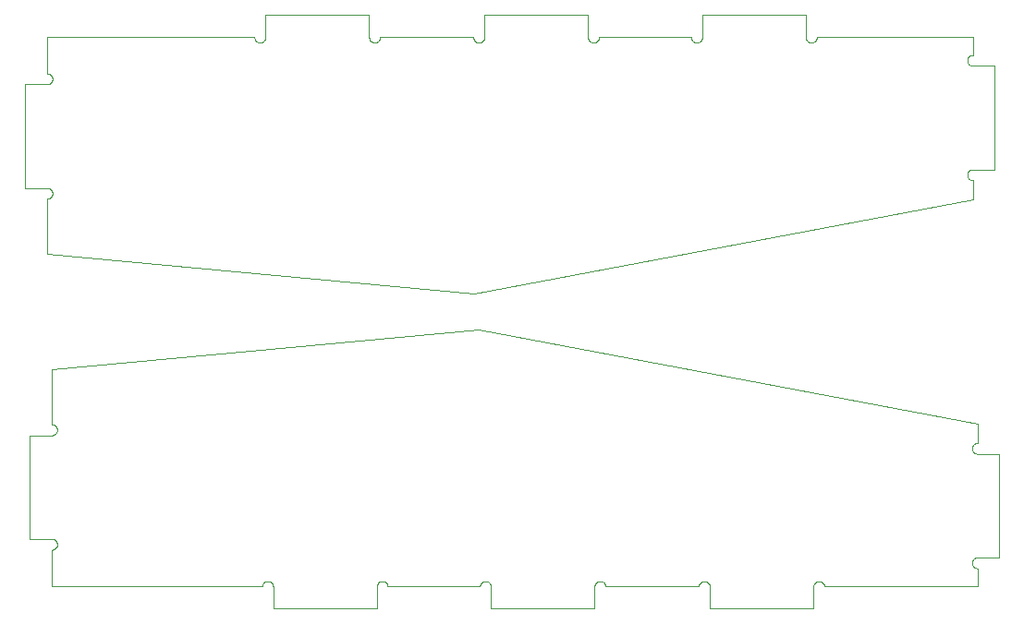
<source format=gbr>
%TF.GenerationSoftware,KiCad,Pcbnew,(6.0.8)*%
%TF.CreationDate,2022-10-30T16:32:21-07:00*%
%TF.ProjectId,f1_plate1,66315f70-6c61-4746-9531-2e6b69636164,rev?*%
%TF.SameCoordinates,Original*%
%TF.FileFunction,Profile,NP*%
%FSLAX46Y46*%
G04 Gerber Fmt 4.6, Leading zero omitted, Abs format (unit mm)*
G04 Created by KiCad (PCBNEW (6.0.8)) date 2022-10-30 16:32:21*
%MOMM*%
%LPD*%
G01*
G04 APERTURE LIST*
%TA.AperFunction,Profile*%
%ADD10C,0.100000*%
%TD*%
G04 APERTURE END LIST*
D10*
X45457678Y-185281211D02*
X45457607Y-183262755D01*
X54957678Y-185281211D02*
X45457678Y-185281211D01*
X54957678Y-183262163D02*
X54957678Y-185281211D01*
X54958211Y-183262391D02*
X54957678Y-183262163D01*
X54958493Y-183245123D02*
X54958211Y-183262391D01*
X54959372Y-183227875D02*
X54958493Y-183245123D01*
X54960846Y-183210667D02*
X54959372Y-183227875D01*
X54962913Y-183193520D02*
X54960846Y-183210667D01*
X54965571Y-183176455D02*
X54962913Y-183193520D01*
X54968817Y-183159493D02*
X54965571Y-183176455D01*
X54972647Y-183142652D02*
X54968817Y-183159493D01*
X54977057Y-183125954D02*
X54972647Y-183142652D01*
X54982040Y-183109417D02*
X54977057Y-183125954D01*
X54987591Y-183093063D02*
X54982040Y-183109417D01*
X54993704Y-183076911D02*
X54987591Y-183093063D01*
X55000371Y-183060979D02*
X54993704Y-183076911D01*
X55007585Y-183045287D02*
X55000371Y-183060979D01*
X55015336Y-183029853D02*
X55007585Y-183045287D01*
X55023615Y-183014696D02*
X55015336Y-183029853D01*
X55032413Y-182999834D02*
X55023615Y-183014696D01*
X55041719Y-182985285D02*
X55032413Y-182999834D01*
X55051522Y-182971066D02*
X55041719Y-182985285D01*
X55061810Y-182957194D02*
X55051522Y-182971066D01*
X55072571Y-182943686D02*
X55061810Y-182957194D01*
X55083792Y-182930557D02*
X55072571Y-182943686D01*
X55095460Y-182917824D02*
X55083792Y-182930557D01*
X55107561Y-182905501D02*
X55095460Y-182917824D01*
X55120080Y-182893604D02*
X55107561Y-182905501D01*
X55133002Y-182882146D02*
X55120080Y-182893604D01*
X55146313Y-182871141D02*
X55133002Y-182882146D01*
X55159995Y-182860602D02*
X55146313Y-182871141D01*
X55174034Y-182850542D02*
X55159995Y-182860602D01*
X55188411Y-182840973D02*
X55174034Y-182850542D01*
X55203110Y-182831907D02*
X55188411Y-182840973D01*
X55218114Y-182823353D02*
X55203110Y-182831907D01*
X55233404Y-182815323D02*
X55218114Y-182823353D01*
X55248963Y-182807825D02*
X55233404Y-182815323D01*
X55264771Y-182800869D02*
X55248963Y-182807825D01*
X55280810Y-182794464D02*
X55264771Y-182800869D01*
X55297060Y-182788616D02*
X55280810Y-182794464D01*
X55313503Y-182783333D02*
X55297060Y-182788616D01*
X55330118Y-182778621D02*
X55313503Y-182783333D01*
X55346887Y-182774485D02*
X55330118Y-182778621D01*
X55363788Y-182770931D02*
X55346887Y-182774485D01*
X55380801Y-182767963D02*
X55363788Y-182770931D01*
X55397907Y-182765584D02*
X55380801Y-182767963D01*
X55415085Y-182763798D02*
X55397907Y-182765584D01*
X55432315Y-182762606D02*
X55415085Y-182763798D01*
X55449575Y-182762009D02*
X55432315Y-182762606D01*
X55466846Y-182762009D02*
X55449575Y-182762009D01*
X55484106Y-182762606D02*
X55466846Y-182762009D01*
X55501336Y-182763798D02*
X55484106Y-182762606D01*
X55518514Y-182765584D02*
X55501336Y-182763798D01*
X55535620Y-182767963D02*
X55518514Y-182765584D01*
X55552634Y-182770931D02*
X55535620Y-182767963D01*
X55569535Y-182774485D02*
X55552634Y-182770931D01*
X55586303Y-182778621D02*
X55569535Y-182774485D01*
X55602918Y-182783333D02*
X55586303Y-182778621D01*
X55619361Y-182788616D02*
X55602918Y-182783333D01*
X55635612Y-182794464D02*
X55619361Y-182788616D01*
X55651650Y-182800869D02*
X55635612Y-182794464D01*
X55667458Y-182807825D02*
X55651650Y-182800869D01*
X55683017Y-182815323D02*
X55667458Y-182807825D01*
X55698307Y-182823353D02*
X55683017Y-182815323D01*
X55713311Y-182831907D02*
X55698307Y-182823353D01*
X55728010Y-182840973D02*
X55713311Y-182831907D01*
X55742387Y-182850542D02*
X55728010Y-182840973D01*
X55756426Y-182860602D02*
X55742387Y-182850542D01*
X55770108Y-182871141D02*
X55756426Y-182860602D01*
X55783419Y-182882146D02*
X55770108Y-182871141D01*
X55796341Y-182893604D02*
X55783419Y-182882146D01*
X55808860Y-182905501D02*
X55796341Y-182893604D01*
X55820961Y-182917824D02*
X55808860Y-182905501D01*
X55832629Y-182930557D02*
X55820961Y-182917824D01*
X55843850Y-182943686D02*
X55832629Y-182930557D01*
X55854611Y-182957194D02*
X55843850Y-182943686D01*
X55864899Y-182971066D02*
X55854611Y-182957194D01*
X55874702Y-182985285D02*
X55864899Y-182971066D01*
X55884008Y-182999834D02*
X55874702Y-182985285D01*
X55892806Y-183014696D02*
X55884008Y-182999834D01*
X55901085Y-183029853D02*
X55892806Y-183014696D01*
X55908836Y-183045287D02*
X55901085Y-183029853D01*
X55916050Y-183060979D02*
X55908836Y-183045287D01*
X55922717Y-183076911D02*
X55916050Y-183060979D01*
X55928830Y-183093063D02*
X55922717Y-183076911D01*
X55934381Y-183109417D02*
X55928830Y-183093063D01*
X55939365Y-183125954D02*
X55934381Y-183109417D01*
X55943774Y-183142652D02*
X55939365Y-183125954D01*
X55947604Y-183159493D02*
X55943774Y-183142652D01*
X55950850Y-183176455D02*
X55947604Y-183159493D01*
X55953508Y-183193520D02*
X55950850Y-183176455D01*
X55955575Y-183210667D02*
X55953508Y-183193520D01*
X55957049Y-183227875D02*
X55955575Y-183210667D01*
X55957928Y-183245123D02*
X55957049Y-183227875D01*
X55958210Y-183262391D02*
X55957928Y-183245123D01*
X64406119Y-183262391D02*
X55958210Y-183262391D01*
X64406436Y-183244946D02*
X64406119Y-183262391D01*
X64407362Y-183227522D02*
X64406436Y-183244946D01*
X64408895Y-183210141D02*
X64407362Y-183227522D01*
X64411033Y-183192824D02*
X64408895Y-183210141D01*
X64413775Y-183175593D02*
X64411033Y-183192824D01*
X64417116Y-183158467D02*
X64413775Y-183175593D01*
X64421052Y-183141469D02*
X64417116Y-183158467D01*
X64425580Y-183124618D02*
X64421052Y-183141469D01*
X64430692Y-183107935D02*
X64425580Y-183124618D01*
X64436383Y-183091441D02*
X64430692Y-183107935D01*
X64442647Y-183075156D02*
X64436383Y-183091441D01*
X64449475Y-183059099D02*
X64442647Y-183075156D01*
X64456858Y-183043290D02*
X64449475Y-183059099D01*
X64464789Y-183027748D02*
X64456858Y-183043290D01*
X64473258Y-183012492D02*
X64464789Y-183027748D01*
X64482253Y-182997542D02*
X64473258Y-183012492D01*
X64491765Y-182982914D02*
X64482253Y-182997542D01*
X64501782Y-182968627D02*
X64491765Y-182982914D01*
X64512290Y-182954698D02*
X64501782Y-182968627D01*
X64523279Y-182941144D02*
X64512290Y-182954698D01*
X64534733Y-182927982D02*
X64523279Y-182941144D01*
X64546640Y-182915228D02*
X64534733Y-182927982D01*
X64558985Y-182902897D02*
X64546640Y-182915228D01*
X64571752Y-182891004D02*
X64558985Y-182902897D01*
X64584926Y-182879564D02*
X64571752Y-182891004D01*
X64598492Y-182868590D02*
X64584926Y-182879564D01*
X64612432Y-182858097D02*
X64598492Y-182868590D01*
X64626730Y-182848096D02*
X64612432Y-182858097D01*
X64641368Y-182838600D02*
X64626730Y-182848096D01*
X64656329Y-182829621D02*
X64641368Y-182838600D01*
X64671594Y-182821169D02*
X64656329Y-182829621D01*
X64687144Y-182813255D02*
X64671594Y-182821169D01*
X64702961Y-182805888D02*
X64687144Y-182813255D01*
X64719025Y-182799078D02*
X64702961Y-182805888D01*
X64735318Y-182792833D02*
X64719025Y-182799078D01*
X64751818Y-182787159D02*
X64735318Y-182792833D01*
X64768506Y-182782065D02*
X64751818Y-182787159D01*
X64785362Y-182777556D02*
X64768506Y-182782065D01*
X64802365Y-182773638D02*
X64785362Y-182777556D01*
X64819494Y-182770316D02*
X64802365Y-182773638D01*
X64836728Y-182767593D02*
X64819494Y-182770316D01*
X64854048Y-182765474D02*
X64836728Y-182767593D01*
X64871430Y-182763960D02*
X64854048Y-182765474D01*
X64888855Y-182763053D02*
X64871430Y-182763960D01*
X64906301Y-182762755D02*
X64888855Y-182763053D01*
X64923746Y-182763066D02*
X64906301Y-182762755D01*
X64941171Y-182763985D02*
X64923746Y-182763066D01*
X64958552Y-182765512D02*
X64941171Y-182763985D01*
X64975870Y-182767644D02*
X64958552Y-182765512D01*
X64993102Y-182770379D02*
X64975870Y-182767644D01*
X65010229Y-182773714D02*
X64993102Y-182770379D01*
X65027229Y-182777644D02*
X65010229Y-182773714D01*
X65044081Y-182782165D02*
X65027229Y-182777644D01*
X65060766Y-182787272D02*
X65044081Y-182782165D01*
X65077262Y-182792957D02*
X65060766Y-182787272D01*
X65093550Y-182799214D02*
X65077262Y-182792957D01*
X65109609Y-182806036D02*
X65093550Y-182799214D01*
X65125421Y-182813414D02*
X65109609Y-182806036D01*
X65140965Y-182821340D02*
X65125421Y-182813414D01*
X65156224Y-182829803D02*
X65140965Y-182821340D01*
X65171178Y-182838793D02*
X65156224Y-182829803D01*
X65185809Y-182848299D02*
X65171178Y-182838793D01*
X65200100Y-182858310D02*
X65185809Y-182848299D01*
X65214032Y-182868814D02*
X65200100Y-182858310D01*
X65227590Y-182879798D02*
X65214032Y-182868814D01*
X65240756Y-182891247D02*
X65227590Y-182879798D01*
X65253515Y-182903149D02*
X65240756Y-182891247D01*
X65265851Y-182915490D02*
X65253515Y-182903149D01*
X65277748Y-182928253D02*
X65265851Y-182915490D01*
X65289193Y-182941423D02*
X65277748Y-182928253D01*
X65300172Y-182954985D02*
X65289193Y-182941423D01*
X65310670Y-182968921D02*
X65300172Y-182954985D01*
X65320676Y-182983215D02*
X65310670Y-182968921D01*
X65330177Y-182997850D02*
X65320676Y-182983215D01*
X65339162Y-183012807D02*
X65330177Y-182997850D01*
X65347619Y-183028069D02*
X65339162Y-183012807D01*
X65355539Y-183043616D02*
X65347619Y-183028069D01*
X65362911Y-183059431D02*
X65355539Y-183043616D01*
X65369728Y-183075493D02*
X65362911Y-183059431D01*
X65375979Y-183091783D02*
X65369728Y-183075493D01*
X65381658Y-183108281D02*
X65375979Y-183091783D01*
X65386759Y-183124967D02*
X65381658Y-183108281D01*
X65391274Y-183141821D02*
X65386759Y-183124967D01*
X65395198Y-183158823D02*
X65391274Y-183141821D01*
X65398526Y-183175951D02*
X65395198Y-183158823D01*
X65401255Y-183193184D02*
X65398526Y-183175951D01*
X65403381Y-183210503D02*
X65401255Y-183193184D01*
X65404902Y-183227885D02*
X65403381Y-183210503D01*
X65405815Y-183245309D02*
X65404902Y-183227885D01*
X65406119Y-183262755D02*
X65405815Y-183245309D01*
X65406190Y-185281211D02*
X65406119Y-183262755D01*
X74906190Y-185281211D02*
X65406190Y-185281211D01*
X74906190Y-183262163D02*
X74906190Y-185281211D01*
X74906723Y-183262391D02*
X74906190Y-183262163D01*
X74907005Y-183245123D02*
X74906723Y-183262391D01*
X74907884Y-183227875D02*
X74907005Y-183245123D01*
X74909358Y-183210667D02*
X74907884Y-183227875D01*
X74911425Y-183193520D02*
X74909358Y-183210667D01*
X74914084Y-183176455D02*
X74911425Y-183193520D01*
X74917330Y-183159493D02*
X74914084Y-183176455D01*
X74921159Y-183142652D02*
X74917330Y-183159493D01*
X74925569Y-183125954D02*
X74921159Y-183142652D01*
X74930552Y-183109417D02*
X74925569Y-183125954D01*
X74936103Y-183093063D02*
X74930552Y-183109417D01*
X74942216Y-183076911D02*
X74936103Y-183093063D01*
X74948883Y-183060979D02*
X74942216Y-183076911D01*
X74956097Y-183045287D02*
X74948883Y-183060979D01*
X74963848Y-183029853D02*
X74956097Y-183045287D01*
X74972127Y-183014696D02*
X74963848Y-183029853D01*
X74980925Y-182999834D02*
X74972127Y-183014696D01*
X74990231Y-182985285D02*
X74980925Y-182999834D01*
X75000034Y-182971066D02*
X74990231Y-182985285D01*
X75010322Y-182957194D02*
X75000034Y-182971066D01*
X75021083Y-182943686D02*
X75010322Y-182957194D01*
X75032304Y-182930557D02*
X75021083Y-182943686D01*
X75043972Y-182917824D02*
X75032304Y-182930557D01*
X75056073Y-182905501D02*
X75043972Y-182917824D01*
X75068592Y-182893604D02*
X75056073Y-182905501D01*
X75081514Y-182882146D02*
X75068592Y-182893604D01*
X75094825Y-182871141D02*
X75081514Y-182882146D01*
X75108507Y-182860602D02*
X75094825Y-182871141D01*
X75122546Y-182850542D02*
X75108507Y-182860602D01*
X75136923Y-182840973D02*
X75122546Y-182850542D01*
X75151623Y-182831907D02*
X75136923Y-182840973D01*
X75166626Y-182823353D02*
X75151623Y-182831907D01*
X75181916Y-182815323D02*
X75166626Y-182823353D01*
X75197475Y-182807825D02*
X75181916Y-182815323D01*
X75213283Y-182800869D02*
X75197475Y-182807825D01*
X75229322Y-182794464D02*
X75213283Y-182800869D01*
X75245572Y-182788616D02*
X75229322Y-182794464D01*
X75262015Y-182783333D02*
X75245572Y-182788616D01*
X75278630Y-182778621D02*
X75262015Y-182783333D01*
X75295399Y-182774485D02*
X75278630Y-182778621D01*
X75312300Y-182770931D02*
X75295399Y-182774485D01*
X75329313Y-182767963D02*
X75312300Y-182770931D01*
X75346419Y-182765584D02*
X75329313Y-182767963D01*
X75363597Y-182763798D02*
X75346419Y-182765584D01*
X75380827Y-182762606D02*
X75363597Y-182763798D01*
X75398087Y-182762009D02*
X75380827Y-182762606D01*
X75415358Y-182762009D02*
X75398087Y-182762009D01*
X75432618Y-182762606D02*
X75415358Y-182762009D01*
X75449848Y-182763798D02*
X75432618Y-182762606D01*
X75467026Y-182765584D02*
X75449848Y-182763798D01*
X75484132Y-182767963D02*
X75467026Y-182765584D01*
X75501146Y-182770931D02*
X75484132Y-182767963D01*
X75518047Y-182774485D02*
X75501146Y-182770931D01*
X75534815Y-182778621D02*
X75518047Y-182774485D01*
X75551430Y-182783333D02*
X75534815Y-182778621D01*
X75567873Y-182788616D02*
X75551430Y-182783333D01*
X75584124Y-182794464D02*
X75567873Y-182788616D01*
X75600162Y-182800869D02*
X75584124Y-182794464D01*
X75615970Y-182807825D02*
X75600162Y-182800869D01*
X75631529Y-182815323D02*
X75615970Y-182807825D01*
X75646819Y-182823353D02*
X75631529Y-182815323D01*
X75661823Y-182831907D02*
X75646819Y-182823353D01*
X75676522Y-182840973D02*
X75661823Y-182831907D01*
X75690900Y-182850542D02*
X75676522Y-182840973D01*
X75704938Y-182860602D02*
X75690900Y-182850542D01*
X75718621Y-182871141D02*
X75704938Y-182860602D01*
X75731931Y-182882146D02*
X75718621Y-182871141D01*
X75744853Y-182893604D02*
X75731931Y-182882146D01*
X75757372Y-182905501D02*
X75744853Y-182893604D01*
X75769473Y-182917824D02*
X75757372Y-182905501D01*
X75781141Y-182930557D02*
X75769473Y-182917824D01*
X75792362Y-182943686D02*
X75781141Y-182930557D01*
X75803123Y-182957194D02*
X75792362Y-182943686D01*
X75813411Y-182971066D02*
X75803123Y-182957194D01*
X75823214Y-182985285D02*
X75813411Y-182971066D01*
X75832520Y-182999834D02*
X75823214Y-182985285D01*
X75841318Y-183014696D02*
X75832520Y-182999834D01*
X75849597Y-183029853D02*
X75841318Y-183014696D01*
X75857349Y-183045287D02*
X75849597Y-183029853D01*
X75864562Y-183060979D02*
X75857349Y-183045287D01*
X75871229Y-183076911D02*
X75864562Y-183060979D01*
X75877342Y-183093063D02*
X75871229Y-183076911D01*
X75882893Y-183109417D02*
X75877342Y-183093063D01*
X75887877Y-183125954D02*
X75882893Y-183109417D01*
X75892286Y-183142652D02*
X75887877Y-183125954D01*
X75896116Y-183159493D02*
X75892286Y-183142652D01*
X75899362Y-183176455D02*
X75896116Y-183159493D01*
X75902020Y-183193520D02*
X75899362Y-183176455D01*
X75904087Y-183210667D02*
X75902020Y-183193520D01*
X75905561Y-183227875D02*
X75904087Y-183210667D01*
X75906440Y-183245123D02*
X75905561Y-183227875D01*
X75906722Y-183262391D02*
X75906440Y-183245123D01*
X84456535Y-183262391D02*
X75906722Y-183262391D01*
X84456852Y-183244946D02*
X84456535Y-183262391D01*
X84457777Y-183227522D02*
X84456852Y-183244946D01*
X84459310Y-183210141D02*
X84457777Y-183227522D01*
X84461449Y-183192824D02*
X84459310Y-183210141D01*
X84464190Y-183175593D02*
X84461449Y-183192824D01*
X84467531Y-183158467D02*
X84464190Y-183175593D01*
X84471468Y-183141469D02*
X84467531Y-183158467D01*
X84475995Y-183124618D02*
X84471468Y-183141469D01*
X84481108Y-183107935D02*
X84475995Y-183124618D01*
X84486799Y-183091441D02*
X84481108Y-183107935D01*
X84493062Y-183075156D02*
X84486799Y-183091441D01*
X84499890Y-183059099D02*
X84493062Y-183075156D01*
X84507274Y-183043290D02*
X84499890Y-183059099D01*
X84515205Y-183027748D02*
X84507274Y-183043290D01*
X84523673Y-183012492D02*
X84515205Y-183027748D01*
X84532669Y-182997542D02*
X84523673Y-183012492D01*
X84542181Y-182982914D02*
X84532669Y-182997542D01*
X84552197Y-182968627D02*
X84542181Y-182982914D01*
X84562706Y-182954698D02*
X84552197Y-182968627D01*
X84573694Y-182941144D02*
X84562706Y-182954698D01*
X84585149Y-182927982D02*
X84573694Y-182941144D01*
X84597056Y-182915228D02*
X84585149Y-182927982D01*
X84609400Y-182902897D02*
X84597056Y-182915228D01*
X84622167Y-182891004D02*
X84609400Y-182902897D01*
X84635342Y-182879564D02*
X84622167Y-182891004D01*
X84648908Y-182868590D02*
X84635342Y-182879564D01*
X84662848Y-182858097D02*
X84648908Y-182868590D01*
X84677146Y-182848096D02*
X84662848Y-182858097D01*
X84691784Y-182838600D02*
X84677146Y-182848096D01*
X84706745Y-182829621D02*
X84691784Y-182838600D01*
X84722009Y-182821169D02*
X84706745Y-182829621D01*
X84737560Y-182813255D02*
X84722009Y-182821169D01*
X84753377Y-182805888D02*
X84737560Y-182813255D01*
X84769441Y-182799078D02*
X84753377Y-182805888D01*
X84785733Y-182792833D02*
X84769441Y-182799078D01*
X84802234Y-182787159D02*
X84785733Y-182792833D01*
X84818922Y-182782065D02*
X84802234Y-182787159D01*
X84835777Y-182777556D02*
X84818922Y-182782065D01*
X84852780Y-182773638D02*
X84835777Y-182777556D01*
X84869909Y-182770316D02*
X84852780Y-182773638D01*
X84887144Y-182767593D02*
X84869909Y-182770316D01*
X84904463Y-182765474D02*
X84887144Y-182767593D01*
X84921846Y-182763960D02*
X84904463Y-182765474D01*
X84939271Y-182763053D02*
X84921846Y-182763960D01*
X84956716Y-182762755D02*
X84939271Y-182763053D01*
X84974162Y-182763066D02*
X84956716Y-182762755D01*
X84991586Y-182763985D02*
X84974162Y-182763066D01*
X85008968Y-182765512D02*
X84991586Y-182763985D01*
X85026285Y-182767644D02*
X85008968Y-182765512D01*
X85043518Y-182770379D02*
X85026285Y-182767644D01*
X85060645Y-182773714D02*
X85043518Y-182770379D01*
X85077644Y-182777644D02*
X85060645Y-182773714D01*
X85094497Y-182782165D02*
X85077644Y-182777644D01*
X85111181Y-182787272D02*
X85094497Y-182782165D01*
X85127677Y-182792957D02*
X85111181Y-182787272D01*
X85143965Y-182799214D02*
X85127677Y-182792957D01*
X85160025Y-182806036D02*
X85143965Y-182799214D01*
X85175836Y-182813414D02*
X85160025Y-182806036D01*
X85191381Y-182821340D02*
X85175836Y-182813414D01*
X85206639Y-182829803D02*
X85191381Y-182821340D01*
X85221594Y-182838793D02*
X85206639Y-182829803D01*
X85236225Y-182848299D02*
X85221594Y-182838793D01*
X85250515Y-182858310D02*
X85236225Y-182848299D01*
X85264448Y-182868814D02*
X85250515Y-182858310D01*
X85278006Y-182879798D02*
X85264448Y-182868814D01*
X85291172Y-182891247D02*
X85278006Y-182879798D01*
X85303931Y-182903149D02*
X85291172Y-182891247D01*
X85316266Y-182915490D02*
X85303931Y-182903149D01*
X85328164Y-182928253D02*
X85316266Y-182915490D01*
X85339609Y-182941423D02*
X85328164Y-182928253D01*
X85350587Y-182954985D02*
X85339609Y-182941423D01*
X85361086Y-182968921D02*
X85350587Y-182954985D01*
X85371092Y-182983215D02*
X85361086Y-182968921D01*
X85380593Y-182997850D02*
X85371092Y-182983215D01*
X85389578Y-183012807D02*
X85380593Y-182997850D01*
X85398035Y-183028069D02*
X85389578Y-183012807D01*
X85405955Y-183043616D02*
X85398035Y-183028069D01*
X85413327Y-183059431D02*
X85405955Y-183043616D01*
X85420143Y-183075493D02*
X85413327Y-183059431D01*
X85426395Y-183091783D02*
X85420143Y-183075493D01*
X85432074Y-183108281D02*
X85426395Y-183091783D01*
X85437174Y-183124967D02*
X85432074Y-183108281D01*
X85441689Y-183141821D02*
X85437174Y-183124967D01*
X85445613Y-183158823D02*
X85441689Y-183141821D01*
X85448942Y-183175951D02*
X85445613Y-183158823D01*
X85451671Y-183193184D02*
X85448942Y-183175951D01*
X85453797Y-183210503D02*
X85451671Y-183193184D01*
X85455317Y-183227885D02*
X85453797Y-183210503D01*
X85456230Y-183245309D02*
X85455317Y-183227885D01*
X85456535Y-183262755D02*
X85456230Y-183245309D01*
X85456605Y-185281211D02*
X85456535Y-183262755D01*
X94956605Y-185281211D02*
X85456605Y-185281211D01*
X94956605Y-183262163D02*
X94956605Y-185281211D01*
X94957138Y-183262391D02*
X94956605Y-183262163D01*
X94957421Y-183245123D02*
X94957138Y-183262391D01*
X94958300Y-183227875D02*
X94957421Y-183245123D01*
X94959774Y-183210667D02*
X94958300Y-183227875D01*
X94961841Y-183193520D02*
X94959774Y-183210667D01*
X94964499Y-183176455D02*
X94961841Y-183193520D01*
X94967745Y-183159493D02*
X94964499Y-183176455D01*
X94971575Y-183142652D02*
X94967745Y-183159493D01*
X94975984Y-183125954D02*
X94971575Y-183142652D01*
X94980968Y-183109417D02*
X94975984Y-183125954D01*
X94986519Y-183093063D02*
X94980968Y-183109417D01*
X94992632Y-183076911D02*
X94986519Y-183093063D01*
X94999299Y-183060979D02*
X94992632Y-183076911D01*
X95006512Y-183045287D02*
X94999299Y-183060979D01*
X95014263Y-183029853D02*
X95006512Y-183045287D01*
X95022543Y-183014696D02*
X95014263Y-183029853D01*
X95031341Y-182999834D02*
X95022543Y-183014696D01*
X95040647Y-182985285D02*
X95031341Y-182999834D01*
X95050450Y-182971066D02*
X95040647Y-182985285D01*
X95060738Y-182957194D02*
X95050450Y-182971066D01*
X95071499Y-182943686D02*
X95060738Y-182957194D01*
X95082720Y-182930557D02*
X95071499Y-182943686D01*
X95094388Y-182917824D02*
X95082720Y-182930557D01*
X95106488Y-182905501D02*
X95094388Y-182917824D01*
X95119007Y-182893604D02*
X95106488Y-182905501D01*
X95131930Y-182882146D02*
X95119007Y-182893604D01*
X95145240Y-182871141D02*
X95131930Y-182882146D01*
X95158923Y-182860602D02*
X95145240Y-182871141D01*
X95172961Y-182850542D02*
X95158923Y-182860602D01*
X95187339Y-182840973D02*
X95172961Y-182850542D01*
X95202038Y-182831907D02*
X95187339Y-182840973D01*
X95217042Y-182823353D02*
X95202038Y-182831907D01*
X95232332Y-182815323D02*
X95217042Y-182823353D01*
X95247890Y-182807825D02*
X95232332Y-182815323D01*
X95263698Y-182800869D02*
X95247890Y-182807825D01*
X95279737Y-182794464D02*
X95263698Y-182800869D01*
X95295988Y-182788616D02*
X95279737Y-182794464D01*
X95312431Y-182783333D02*
X95295988Y-182788616D01*
X95329046Y-182778621D02*
X95312431Y-182783333D01*
X95345814Y-182774485D02*
X95329046Y-182778621D01*
X95362715Y-182770931D02*
X95345814Y-182774485D01*
X95379729Y-182767963D02*
X95362715Y-182770931D01*
X95396835Y-182765584D02*
X95379729Y-182767963D01*
X95414013Y-182763798D02*
X95396835Y-182765584D01*
X95431243Y-182762606D02*
X95414013Y-182763798D01*
X95448503Y-182762009D02*
X95431243Y-182762606D01*
X95465774Y-182762009D02*
X95448503Y-182762009D01*
X95483034Y-182762606D02*
X95465774Y-182762009D01*
X95500263Y-182763798D02*
X95483034Y-182762606D01*
X95517441Y-182765584D02*
X95500263Y-182763798D01*
X95534548Y-182767963D02*
X95517441Y-182765584D01*
X95551561Y-182770931D02*
X95534548Y-182767963D01*
X95568462Y-182774485D02*
X95551561Y-182770931D01*
X95585231Y-182778621D02*
X95568462Y-182774485D01*
X95601846Y-182783333D02*
X95585231Y-182778621D01*
X95618289Y-182788616D02*
X95601846Y-182783333D01*
X95634539Y-182794464D02*
X95618289Y-182788616D01*
X95650578Y-182800869D02*
X95634539Y-182794464D01*
X95666386Y-182807825D02*
X95650578Y-182800869D01*
X95681944Y-182815323D02*
X95666386Y-182807825D01*
X95697235Y-182823353D02*
X95681944Y-182815323D01*
X95712238Y-182831907D02*
X95697235Y-182823353D01*
X95726938Y-182840973D02*
X95712238Y-182831907D01*
X95741315Y-182850542D02*
X95726938Y-182840973D01*
X95755354Y-182860602D02*
X95741315Y-182850542D01*
X95769036Y-182871141D02*
X95755354Y-182860602D01*
X95782347Y-182882146D02*
X95769036Y-182871141D01*
X95795269Y-182893604D02*
X95782347Y-182882146D01*
X95807788Y-182905501D02*
X95795269Y-182893604D01*
X95819889Y-182917824D02*
X95807788Y-182905501D01*
X95831557Y-182930557D02*
X95819889Y-182917824D01*
X95842778Y-182943686D02*
X95831557Y-182930557D01*
X95853539Y-182957194D02*
X95842778Y-182943686D01*
X95863827Y-182971066D02*
X95853539Y-182957194D01*
X95873630Y-182985285D02*
X95863827Y-182971066D01*
X95882936Y-182999834D02*
X95873630Y-182985285D01*
X95891734Y-183014696D02*
X95882936Y-182999834D01*
X95900013Y-183029853D02*
X95891734Y-183014696D01*
X95907764Y-183045287D02*
X95900013Y-183029853D01*
X95914977Y-183060979D02*
X95907764Y-183045287D01*
X95921645Y-183076911D02*
X95914977Y-183060979D01*
X95927758Y-183093063D02*
X95921645Y-183076911D01*
X95933309Y-183109417D02*
X95927758Y-183093063D01*
X95938292Y-183125954D02*
X95933309Y-183109417D01*
X95942701Y-183142652D02*
X95938292Y-183125954D01*
X95946531Y-183159493D02*
X95942701Y-183142652D01*
X95949777Y-183176455D02*
X95946531Y-183159493D01*
X95952436Y-183193520D02*
X95949777Y-183176455D01*
X95954503Y-183210667D02*
X95952436Y-183193520D01*
X95955977Y-183227875D02*
X95954503Y-183210667D01*
X95956856Y-183245123D02*
X95955977Y-183227875D01*
X95957138Y-183262391D02*
X95956856Y-183245123D01*
X109984050Y-183262391D02*
X95957138Y-183262391D01*
X109984050Y-181582870D02*
X109984050Y-183262391D01*
X109966608Y-181582541D02*
X109984050Y-181582870D01*
X109949189Y-181581605D02*
X109966608Y-181582541D01*
X109931812Y-181580061D02*
X109949189Y-181581605D01*
X109914500Y-181577912D02*
X109931812Y-181580061D01*
X109897274Y-181575161D02*
X109914500Y-181577912D01*
X109880154Y-181571810D02*
X109897274Y-181575161D01*
X109863161Y-181567864D02*
X109880154Y-181571810D01*
X109846317Y-181563328D02*
X109863161Y-181567864D01*
X109829640Y-181558207D02*
X109846317Y-181563328D01*
X109813153Y-181552507D02*
X109829640Y-181558207D01*
X109796875Y-181546236D02*
X109813153Y-181552507D01*
X109780825Y-181539400D02*
X109796875Y-181546236D01*
X109765023Y-181532009D02*
X109780825Y-181539400D01*
X109749489Y-181524071D02*
X109765023Y-181532009D01*
X109734241Y-181515596D02*
X109749489Y-181524071D01*
X109719298Y-181506595D02*
X109734241Y-181515596D01*
X109704679Y-181497077D02*
X109719298Y-181506595D01*
X109690400Y-181487055D02*
X109704679Y-181497077D01*
X109676479Y-181476542D02*
X109690400Y-181487055D01*
X109662934Y-181465549D02*
X109676479Y-181476542D01*
X109649780Y-181454090D02*
X109662934Y-181465549D01*
X109637034Y-181442179D02*
X109649780Y-181454090D01*
X109624712Y-181429831D02*
X109637034Y-181442179D01*
X109612827Y-181417061D02*
X109624712Y-181429831D01*
X109601396Y-181403884D02*
X109612827Y-181417061D01*
X109590431Y-181390316D02*
X109601396Y-181403884D01*
X109579946Y-181376374D02*
X109590431Y-181390316D01*
X109569953Y-181362074D02*
X109579946Y-181376374D01*
X109560466Y-181347435D02*
X109569953Y-181362074D01*
X109551495Y-181332474D02*
X109560466Y-181347435D01*
X109543052Y-181317208D02*
X109551495Y-181332474D01*
X109535146Y-181301658D02*
X109543052Y-181317208D01*
X109527787Y-181285841D02*
X109535146Y-181301658D01*
X109520985Y-181269777D02*
X109527787Y-181285841D01*
X109514747Y-181253486D02*
X109520985Y-181269777D01*
X109509081Y-181236987D02*
X109514747Y-181253486D01*
X109503994Y-181220300D02*
X109509081Y-181236987D01*
X109499493Y-181203446D02*
X109503994Y-181220300D01*
X109495582Y-181186445D02*
X109499493Y-181203446D01*
X109492266Y-181169318D02*
X109495582Y-181186445D01*
X109489551Y-181152086D02*
X109492266Y-181169318D01*
X109487437Y-181134770D02*
X109489551Y-181152086D01*
X109485930Y-181117391D02*
X109487437Y-181134770D01*
X109485029Y-181099969D02*
X109485930Y-181117391D01*
X109484737Y-181082527D02*
X109485029Y-181099969D01*
X109485053Y-181065085D02*
X109484737Y-181082527D01*
X109485977Y-181047665D02*
X109485053Y-181065085D01*
X109487509Y-181030287D02*
X109485977Y-181047665D01*
X109489646Y-181012974D02*
X109487509Y-181030287D01*
X109492386Y-180995745D02*
X109489646Y-181012974D01*
X109495725Y-180978623D02*
X109492386Y-180995745D01*
X109499659Y-180961628D02*
X109495725Y-180978623D01*
X109504183Y-180944780D02*
X109499659Y-180961628D01*
X109509293Y-180928100D02*
X109504183Y-180944780D01*
X109514982Y-180911609D02*
X109509293Y-180928100D01*
X109521242Y-180895326D02*
X109514982Y-180911609D01*
X109528066Y-180879272D02*
X109521242Y-180895326D01*
X109535447Y-180863465D02*
X109528066Y-180879272D01*
X109543374Y-180847926D02*
X109535447Y-180863465D01*
X109551838Y-180832672D02*
X109543374Y-180847926D01*
X109560830Y-180817723D02*
X109551838Y-180832672D01*
X109570337Y-180803097D02*
X109560830Y-180817723D01*
X109580349Y-180788811D02*
X109570337Y-180803097D01*
X109590853Y-180774883D02*
X109580349Y-180788811D01*
X109601837Y-180761330D02*
X109590853Y-180774883D01*
X109613287Y-180748169D02*
X109601837Y-180761330D01*
X109625188Y-180735415D02*
X109613287Y-180748169D01*
X109637528Y-180723084D02*
X109625188Y-180735415D01*
X109650290Y-180711190D02*
X109637528Y-180723084D01*
X109663460Y-180699750D02*
X109650290Y-180711190D01*
X109677020Y-180688775D02*
X109663460Y-180699750D01*
X109690955Y-180678281D02*
X109677020Y-180688775D01*
X109705248Y-180668279D02*
X109690955Y-180678281D01*
X109719880Y-180658781D02*
X109705248Y-180668279D01*
X109734836Y-180649800D02*
X109719880Y-180658781D01*
X109750095Y-180641346D02*
X109734836Y-180649800D01*
X109765640Y-180633430D02*
X109750095Y-180641346D01*
X109781452Y-180626060D02*
X109765640Y-180633430D01*
X109797511Y-180619247D02*
X109781452Y-180626060D01*
X109813798Y-180612998D02*
X109797511Y-180619247D01*
X109830293Y-180607321D02*
X109813798Y-180612998D01*
X109846976Y-180602222D02*
X109830293Y-180607321D01*
X109863827Y-180597709D02*
X109846976Y-180602222D01*
X109880825Y-180593787D02*
X109863827Y-180597709D01*
X109897950Y-180590460D02*
X109880825Y-180593787D01*
X109915180Y-180587732D02*
X109897950Y-180590460D01*
X109932495Y-180585607D02*
X109915180Y-180587732D01*
X109949873Y-180584087D02*
X109932495Y-180585607D01*
X109967294Y-180583174D02*
X109949873Y-180584087D01*
X109984736Y-180582870D02*
X109967294Y-180583174D01*
X109984050Y-180582799D02*
X109984736Y-180582870D01*
X111997600Y-180582799D02*
X109984050Y-180582799D01*
X111997600Y-171082799D02*
X111997600Y-180582799D01*
X109984050Y-171082799D02*
X111997600Y-171082799D01*
X109984675Y-171082266D02*
X109984050Y-171082799D01*
X109967233Y-171081962D02*
X109984675Y-171082266D01*
X109949811Y-171081049D02*
X109967233Y-171081962D01*
X109932432Y-171079529D02*
X109949811Y-171081049D01*
X109915116Y-171077404D02*
X109932432Y-171079529D01*
X109897886Y-171074676D02*
X109915116Y-171077404D01*
X109880760Y-171071349D02*
X109897886Y-171074676D01*
X109863762Y-171067426D02*
X109880760Y-171071349D01*
X109846910Y-171062913D02*
X109863762Y-171067426D01*
X109830226Y-171057814D02*
X109846910Y-171062913D01*
X109813731Y-171052136D02*
X109830226Y-171057814D01*
X109797443Y-171045887D02*
X109813731Y-171052136D01*
X109781383Y-171039073D02*
X109797443Y-171045887D01*
X109765571Y-171031703D02*
X109781383Y-171039073D01*
X109750026Y-171023786D02*
X109765571Y-171031703D01*
X109734766Y-171015331D02*
X109750026Y-171023786D01*
X109719810Y-171006349D02*
X109734766Y-171015331D01*
X109705177Y-170996851D02*
X109719810Y-171006349D01*
X109690884Y-170986848D02*
X109705177Y-170996851D01*
X109676949Y-170976353D02*
X109690884Y-170986848D01*
X109663388Y-170965378D02*
X109676949Y-170976353D01*
X109650219Y-170953936D02*
X109663388Y-170965378D01*
X109637456Y-170942042D02*
X109650219Y-170953936D01*
X109625117Y-170929711D02*
X109637456Y-170942042D01*
X109613215Y-170916956D02*
X109625117Y-170929711D01*
X109601765Y-170903793D02*
X109613215Y-170916956D01*
X109590781Y-170890239D02*
X109601765Y-170903793D01*
X109580277Y-170876311D02*
X109590781Y-170890239D01*
X109570266Y-170862024D02*
X109580277Y-170876311D01*
X109560758Y-170847397D02*
X109570266Y-170862024D01*
X109551767Y-170832447D02*
X109560758Y-170847397D01*
X109543303Y-170817192D02*
X109551767Y-170832447D01*
X109535376Y-170801652D02*
X109543303Y-170817192D01*
X109527996Y-170785844D02*
X109535376Y-170801652D01*
X109521172Y-170769789D02*
X109527996Y-170785844D01*
X109514912Y-170753505D02*
X109521172Y-170769789D01*
X109509225Y-170737013D02*
X109514912Y-170753505D01*
X109504116Y-170720332D02*
X109509225Y-170737013D01*
X109499592Y-170703484D02*
X109504116Y-170720332D01*
X109495658Y-170686487D02*
X109499592Y-170703484D01*
X109492320Y-170669364D02*
X109495658Y-170686487D01*
X109489581Y-170652135D02*
X109492320Y-170669364D01*
X109487445Y-170634821D02*
X109489581Y-170652135D01*
X109485914Y-170617443D02*
X109487445Y-170634821D01*
X109484991Y-170600022D02*
X109485914Y-170617443D01*
X109484676Y-170582579D02*
X109484991Y-170600022D01*
X109484969Y-170565136D02*
X109484676Y-170582579D01*
X109485871Y-170547714D02*
X109484969Y-170565136D01*
X109487380Y-170530334D02*
X109485871Y-170547714D01*
X109489494Y-170513017D02*
X109487380Y-170530334D01*
X109492211Y-170495785D02*
X109489494Y-170513017D01*
X109495528Y-170478657D02*
X109492211Y-170495785D01*
X109499440Y-170461656D02*
X109495528Y-170478657D01*
X109503943Y-170444802D02*
X109499440Y-170461656D01*
X109509031Y-170428115D02*
X109503943Y-170444802D01*
X109514699Y-170411616D02*
X109509031Y-170428115D01*
X109520938Y-170395324D02*
X109514699Y-170411616D01*
X109527742Y-170379260D02*
X109520938Y-170395324D01*
X109535102Y-170363443D02*
X109527742Y-170379260D01*
X109543009Y-170347893D02*
X109535102Y-170363443D01*
X109551454Y-170332628D02*
X109543009Y-170347893D01*
X109560427Y-170317666D02*
X109551454Y-170332628D01*
X109569916Y-170303027D02*
X109560427Y-170317666D01*
X109579910Y-170288728D02*
X109569916Y-170303027D01*
X109590396Y-170274786D02*
X109579910Y-170288728D01*
X109601363Y-170261219D02*
X109590396Y-170274786D01*
X109612796Y-170248042D02*
X109601363Y-170261219D01*
X109624682Y-170235272D02*
X109612796Y-170248042D01*
X109637006Y-170222925D02*
X109624682Y-170235272D01*
X109649754Y-170211015D02*
X109637006Y-170222925D01*
X109662909Y-170199557D02*
X109649754Y-170211015D01*
X109676456Y-170188565D02*
X109662909Y-170199557D01*
X109690378Y-170178052D02*
X109676456Y-170188565D01*
X109704659Y-170168032D02*
X109690378Y-170178052D01*
X109719280Y-170158515D02*
X109704659Y-170168032D01*
X109734224Y-170149515D02*
X109719280Y-170158515D01*
X109749473Y-170141041D02*
X109734224Y-170149515D01*
X109765009Y-170133104D02*
X109749473Y-170141041D01*
X109780812Y-170125714D02*
X109765009Y-170133104D01*
X109796863Y-170118880D02*
X109780812Y-170125714D01*
X109813143Y-170112611D02*
X109796863Y-170118880D01*
X109829632Y-170106912D02*
X109813143Y-170112611D01*
X109846309Y-170101793D02*
X109829632Y-170106912D01*
X109863155Y-170097258D02*
X109846309Y-170101793D01*
X109880149Y-170093314D02*
X109863155Y-170097258D01*
X109897270Y-170089965D02*
X109880149Y-170093314D01*
X109914497Y-170087216D02*
X109897270Y-170089965D01*
X109931810Y-170085069D02*
X109914497Y-170087216D01*
X109949187Y-170083527D02*
X109931810Y-170085069D01*
X109966607Y-170082593D02*
X109949187Y-170083527D01*
X109984050Y-170082267D02*
X109966607Y-170082593D01*
X109984050Y-168304787D02*
X109984050Y-170082267D01*
X64296013Y-159675008D02*
X109984050Y-168304787D01*
X25170178Y-163318567D02*
X64296013Y-159675008D01*
X25170178Y-168388092D02*
X25170178Y-163318567D01*
X25187450Y-168388369D02*
X25170178Y-168388092D01*
X25204702Y-168389243D02*
X25187450Y-168388369D01*
X25221913Y-168390712D02*
X25204702Y-168389243D01*
X25239064Y-168392775D02*
X25221913Y-168390712D01*
X25256133Y-168395429D02*
X25239064Y-168392775D01*
X25273100Y-168398670D02*
X25256133Y-168395429D01*
X25289945Y-168402497D02*
X25273100Y-168398670D01*
X25306648Y-168406902D02*
X25289945Y-168402497D01*
X25323189Y-168411882D02*
X25306648Y-168406902D01*
X25339547Y-168417431D02*
X25323189Y-168411882D01*
X25355705Y-168423541D02*
X25339547Y-168417431D01*
X25371641Y-168430206D02*
X25355705Y-168423541D01*
X25387338Y-168437417D02*
X25371641Y-168430206D01*
X25402777Y-168445166D02*
X25387338Y-168437417D01*
X25417938Y-168453444D02*
X25402777Y-168445166D01*
X25432805Y-168462241D02*
X25417938Y-168453444D01*
X25447359Y-168471545D02*
X25432805Y-168462241D01*
X25461583Y-168481348D02*
X25447359Y-168471545D01*
X25475459Y-168491635D02*
X25461583Y-168481348D01*
X25488972Y-168502396D02*
X25475459Y-168491635D01*
X25502106Y-168513617D02*
X25488972Y-168502396D01*
X25514843Y-168525285D02*
X25502106Y-168513617D01*
X25527171Y-168537386D02*
X25514843Y-168525285D01*
X25539072Y-168549906D02*
X25527171Y-168537386D01*
X25550535Y-168562829D02*
X25539072Y-168549906D01*
X25561544Y-168576141D02*
X25550535Y-168562829D01*
X25572086Y-168589825D02*
X25561544Y-168576141D01*
X25582150Y-168603865D02*
X25572086Y-168589825D01*
X25591722Y-168618244D02*
X25582150Y-168603865D01*
X25600793Y-168632945D02*
X25591722Y-168618244D01*
X25609349Y-168647951D02*
X25600793Y-168632945D01*
X25617383Y-168663244D02*
X25609349Y-168647951D01*
X25624883Y-168678804D02*
X25617383Y-168663244D01*
X25631842Y-168694615D02*
X25624883Y-168678804D01*
X25638250Y-168710657D02*
X25631842Y-168694615D01*
X25644100Y-168726910D02*
X25638250Y-168710657D01*
X25649385Y-168743356D02*
X25644100Y-168726910D01*
X25654099Y-168759974D02*
X25649385Y-168743356D01*
X25658237Y-168776746D02*
X25654099Y-168759974D01*
X25661792Y-168793650D02*
X25658237Y-168776746D01*
X25664761Y-168810667D02*
X25661792Y-168793650D01*
X25667141Y-168827776D02*
X25664761Y-168810667D01*
X25668928Y-168844958D02*
X25667141Y-168827776D01*
X25670121Y-168862191D02*
X25668928Y-168844958D01*
X25670718Y-168879455D02*
X25670121Y-168862191D01*
X25670718Y-168896729D02*
X25670718Y-168879455D01*
X25670121Y-168913993D02*
X25670718Y-168896729D01*
X25668928Y-168931226D02*
X25670121Y-168913993D01*
X25667141Y-168948407D02*
X25668928Y-168931226D01*
X25664761Y-168965516D02*
X25667141Y-168948407D01*
X25661792Y-168982533D02*
X25664761Y-168965516D01*
X25658237Y-168999438D02*
X25661792Y-168982533D01*
X25654099Y-169016209D02*
X25658237Y-168999438D01*
X25649385Y-169032828D02*
X25654099Y-169016209D01*
X25644100Y-169049273D02*
X25649385Y-169032828D01*
X25638250Y-169065527D02*
X25644100Y-169049273D01*
X25631842Y-169081568D02*
X25638250Y-169065527D01*
X25624883Y-169097379D02*
X25631842Y-169081568D01*
X25617383Y-169112940D02*
X25624883Y-169097379D01*
X25609349Y-169128232D02*
X25617383Y-169112940D01*
X25600793Y-169143238D02*
X25609349Y-169128232D01*
X25591722Y-169157939D02*
X25600793Y-169143238D01*
X25582150Y-169172319D02*
X25591722Y-169157939D01*
X25572086Y-169186359D02*
X25582150Y-169172319D01*
X25561544Y-169200042D02*
X25572086Y-169186359D01*
X25550535Y-169213354D02*
X25561544Y-169200042D01*
X25539072Y-169226277D02*
X25550535Y-169213354D01*
X25527171Y-169238797D02*
X25539072Y-169226277D01*
X25514843Y-169250898D02*
X25527171Y-169238797D01*
X25502106Y-169262566D02*
X25514843Y-169250898D01*
X25488972Y-169273788D02*
X25502106Y-169262566D01*
X25475459Y-169284548D02*
X25488972Y-169273788D01*
X25461583Y-169294836D02*
X25475459Y-169284548D01*
X25447359Y-169304638D02*
X25461583Y-169294836D01*
X25432805Y-169313943D02*
X25447359Y-169304638D01*
X25417938Y-169322739D02*
X25432805Y-169313943D01*
X25402777Y-169331017D02*
X25417938Y-169322739D01*
X25387338Y-169338766D02*
X25402777Y-169331017D01*
X25371641Y-169345978D02*
X25387338Y-169338766D01*
X25355705Y-169352642D02*
X25371641Y-169345978D01*
X25339547Y-169358753D02*
X25355705Y-169352642D01*
X25323189Y-169364301D02*
X25339547Y-169358753D01*
X25306648Y-169369281D02*
X25323189Y-169364301D01*
X25289945Y-169373687D02*
X25306648Y-169369281D01*
X25273100Y-169377513D02*
X25289945Y-169373687D01*
X25256133Y-169380755D02*
X25273100Y-169377513D01*
X25239064Y-169383409D02*
X25256133Y-169380755D01*
X25221913Y-169385471D02*
X25239064Y-169383409D01*
X25204702Y-169386941D02*
X25221913Y-169385471D01*
X25187450Y-169387814D02*
X25204702Y-169386941D01*
X25170178Y-169388091D02*
X25187450Y-169387814D01*
X25170485Y-169388625D02*
X25170178Y-169388091D01*
X23151516Y-169388625D02*
X25170485Y-169388625D01*
X23151516Y-178888625D02*
X23151516Y-169388625D01*
X25170178Y-178888625D02*
X23151516Y-178888625D01*
X25169972Y-178888695D02*
X25170178Y-178888625D01*
X25187419Y-178889000D02*
X25169972Y-178888695D01*
X25204846Y-178889913D02*
X25187419Y-178889000D01*
X25222229Y-178891434D02*
X25204846Y-178889913D01*
X25239549Y-178893560D02*
X25222229Y-178891434D01*
X25256785Y-178896290D02*
X25239549Y-178893560D01*
X25273914Y-178899619D02*
X25256785Y-178896290D01*
X25290917Y-178903544D02*
X25273914Y-178899619D01*
X25307773Y-178908060D02*
X25290917Y-178903544D01*
X25324461Y-178913161D02*
X25307773Y-178908060D01*
X25340960Y-178918841D02*
X25324461Y-178913161D01*
X25357252Y-178925094D02*
X25340960Y-178918841D01*
X25373315Y-178931912D02*
X25357252Y-178925094D01*
X25389131Y-178939285D02*
X25373315Y-178931912D01*
X25404679Y-178947207D02*
X25389131Y-178939285D01*
X25419942Y-178955666D02*
X25404679Y-178947207D01*
X25434900Y-178964652D02*
X25419942Y-178955666D01*
X25449536Y-178974155D02*
X25434900Y-178964652D01*
X25463831Y-178984163D02*
X25449536Y-178974155D01*
X25477768Y-178994663D02*
X25463831Y-178984163D01*
X25491331Y-179005644D02*
X25477768Y-178994663D01*
X25504502Y-179017091D02*
X25491331Y-179005644D01*
X25517265Y-179028991D02*
X25504502Y-179017091D01*
X25529605Y-179041328D02*
X25517265Y-179028991D01*
X25541508Y-179054089D02*
X25529605Y-179041328D01*
X25552957Y-179067258D02*
X25541508Y-179054089D01*
X25563941Y-179080818D02*
X25552957Y-179067258D01*
X25574444Y-179094753D02*
X25563941Y-179080818D01*
X25584455Y-179109046D02*
X25574444Y-179094753D01*
X25593961Y-179123680D02*
X25584455Y-179109046D01*
X25602950Y-179138636D02*
X25593961Y-179123680D01*
X25611412Y-179153897D02*
X25602950Y-179138636D01*
X25619337Y-179169444D02*
X25611412Y-179153897D01*
X25626714Y-179185258D02*
X25619337Y-179169444D01*
X25633535Y-179201320D02*
X25626714Y-179185258D01*
X25639791Y-179217610D02*
X25633535Y-179201320D01*
X25645475Y-179234109D02*
X25639791Y-179217610D01*
X25650579Y-179250795D02*
X25645475Y-179234109D01*
X25655099Y-179267650D02*
X25650579Y-179250795D01*
X25659027Y-179284652D02*
X25655099Y-179267650D01*
X25662360Y-179301781D02*
X25659027Y-179284652D01*
X25665093Y-179319016D02*
X25662360Y-179301781D01*
X25667223Y-179336336D02*
X25665093Y-179319016D01*
X25668747Y-179353719D02*
X25667223Y-179336336D01*
X25669664Y-179371145D02*
X25668747Y-179353719D01*
X25669972Y-179388593D02*
X25669664Y-179371145D01*
X25669671Y-179406040D02*
X25669972Y-179388593D01*
X25668761Y-179423466D02*
X25669671Y-179406040D01*
X25667244Y-179440851D02*
X25668761Y-179423466D01*
X25665121Y-179458171D02*
X25667244Y-179440851D01*
X25662396Y-179475407D02*
X25665121Y-179458171D01*
X25659070Y-179492537D02*
X25662396Y-179475407D01*
X25655148Y-179509541D02*
X25659070Y-179492537D01*
X25650636Y-179526398D02*
X25655148Y-179509541D01*
X25645538Y-179543087D02*
X25650636Y-179526398D01*
X25639861Y-179559587D02*
X25645538Y-179543087D01*
X25633612Y-179575880D02*
X25639861Y-179559587D01*
X25626798Y-179591945D02*
X25633612Y-179575880D01*
X25619427Y-179607762D02*
X25626798Y-179591945D01*
X25611509Y-179623312D02*
X25619427Y-179607762D01*
X25603053Y-179638577D02*
X25611509Y-179623312D01*
X25594070Y-179653537D02*
X25603053Y-179638577D01*
X25584570Y-179668174D02*
X25594070Y-179653537D01*
X25574565Y-179682472D02*
X25584570Y-179668174D01*
X25564067Y-179696411D02*
X25574565Y-179682472D01*
X25553090Y-179709975D02*
X25564067Y-179696411D01*
X25541645Y-179723149D02*
X25553090Y-179709975D01*
X25529748Y-179735914D02*
X25541645Y-179723149D01*
X25517413Y-179748257D02*
X25529748Y-179735914D01*
X25504654Y-179760162D02*
X25517413Y-179748257D01*
X25491488Y-179771615D02*
X25504654Y-179760162D01*
X25477930Y-179782601D02*
X25491488Y-179771615D01*
X25463998Y-179793107D02*
X25477930Y-179782601D01*
X25449707Y-179803121D02*
X25463998Y-179793107D01*
X25435075Y-179812630D02*
X25449707Y-179803121D01*
X25420120Y-179821622D02*
X25435075Y-179812630D01*
X25404861Y-179830088D02*
X25420120Y-179821622D01*
X25389316Y-179838015D02*
X25404861Y-179830088D01*
X25373503Y-179845396D02*
X25389316Y-179838015D01*
X25357443Y-179852220D02*
X25373503Y-179845396D01*
X25341154Y-179858479D02*
X25357443Y-179852220D01*
X25324656Y-179864166D02*
X25341154Y-179858479D01*
X25307971Y-179869275D02*
X25324656Y-179864166D01*
X25291117Y-179873797D02*
X25307971Y-179869275D01*
X25274116Y-179877729D02*
X25291117Y-179873797D01*
X25256987Y-179881066D02*
X25274116Y-179877729D01*
X25239753Y-179883802D02*
X25256987Y-179881066D01*
X25222434Y-179885936D02*
X25239753Y-179883802D01*
X25205051Y-179887463D02*
X25222434Y-179885936D01*
X25187625Y-179888384D02*
X25205051Y-179887463D01*
X25170178Y-179888695D02*
X25187625Y-179888384D01*
X25170178Y-183262391D02*
X25170178Y-179888695D01*
X44457607Y-183262391D02*
X25170178Y-183262391D01*
X44457924Y-183244946D02*
X44457607Y-183262391D01*
X44458850Y-183227522D02*
X44457924Y-183244946D01*
X44460383Y-183210141D02*
X44458850Y-183227522D01*
X44462521Y-183192824D02*
X44460383Y-183210141D01*
X44465263Y-183175593D02*
X44462521Y-183192824D01*
X44468604Y-183158467D02*
X44465263Y-183175593D01*
X44472540Y-183141469D02*
X44468604Y-183158467D01*
X44477067Y-183124618D02*
X44472540Y-183141469D01*
X44482180Y-183107935D02*
X44477067Y-183124618D01*
X44487871Y-183091441D02*
X44482180Y-183107935D01*
X44494135Y-183075156D02*
X44487871Y-183091441D01*
X44500962Y-183059099D02*
X44494135Y-183075156D01*
X44508346Y-183043290D02*
X44500962Y-183059099D01*
X44516277Y-183027748D02*
X44508346Y-183043290D01*
X44524746Y-183012492D02*
X44516277Y-183027748D01*
X44533741Y-182997542D02*
X44524746Y-183012492D01*
X44543253Y-182982914D02*
X44533741Y-182997542D01*
X44553269Y-182968627D02*
X44543253Y-182982914D01*
X44563778Y-182954698D02*
X44553269Y-182968627D01*
X44574767Y-182941144D02*
X44563778Y-182954698D01*
X44586221Y-182927982D02*
X44574767Y-182941144D01*
X44598128Y-182915228D02*
X44586221Y-182927982D01*
X44610472Y-182902897D02*
X44598128Y-182915228D01*
X44623240Y-182891004D02*
X44610472Y-182902897D01*
X44636414Y-182879564D02*
X44623240Y-182891004D01*
X44649980Y-182868590D02*
X44636414Y-182879564D01*
X44663920Y-182858097D02*
X44649980Y-182868590D01*
X44678218Y-182848096D02*
X44663920Y-182858097D01*
X44692856Y-182838600D02*
X44678218Y-182848096D01*
X44707817Y-182829621D02*
X44692856Y-182838600D01*
X44723082Y-182821169D02*
X44707817Y-182829621D01*
X44738632Y-182813255D02*
X44723082Y-182821169D01*
X44754449Y-182805888D02*
X44738632Y-182813255D01*
X44770513Y-182799078D02*
X44754449Y-182805888D01*
X44786806Y-182792833D02*
X44770513Y-182799078D01*
X44803306Y-182787159D02*
X44786806Y-182792833D01*
X44819994Y-182782065D02*
X44803306Y-182787159D01*
X44836850Y-182777556D02*
X44819994Y-182782065D01*
X44853853Y-182773638D02*
X44836850Y-182777556D01*
X44870982Y-182770316D02*
X44853853Y-182773638D01*
X44888216Y-182767593D02*
X44870982Y-182770316D01*
X44905536Y-182765474D02*
X44888216Y-182767593D01*
X44922918Y-182763960D02*
X44905536Y-182765474D01*
X44940343Y-182763053D02*
X44922918Y-182763960D01*
X44957789Y-182762755D02*
X44940343Y-182763053D01*
X44975234Y-182763066D02*
X44957789Y-182762755D01*
X44992658Y-182763985D02*
X44975234Y-182763066D01*
X45010040Y-182765512D02*
X44992658Y-182763985D01*
X45027357Y-182767644D02*
X45010040Y-182765512D01*
X45044590Y-182770379D02*
X45027357Y-182767644D01*
X45061717Y-182773714D02*
X45044590Y-182770379D01*
X45078717Y-182777644D02*
X45061717Y-182773714D01*
X45095569Y-182782165D02*
X45078717Y-182777644D01*
X45112254Y-182787272D02*
X45095569Y-182782165D01*
X45128750Y-182792957D02*
X45112254Y-182787272D01*
X45145038Y-182799214D02*
X45128750Y-182792957D01*
X45161097Y-182806036D02*
X45145038Y-182799214D01*
X45176909Y-182813414D02*
X45161097Y-182806036D01*
X45192453Y-182821340D02*
X45176909Y-182813414D01*
X45207712Y-182829803D02*
X45192453Y-182821340D01*
X45222666Y-182838793D02*
X45207712Y-182829803D01*
X45237297Y-182848299D02*
X45222666Y-182838793D01*
X45251588Y-182858310D02*
X45237297Y-182848299D01*
X45265520Y-182868814D02*
X45251588Y-182858310D01*
X45279078Y-182879798D02*
X45265520Y-182868814D01*
X45292244Y-182891247D02*
X45279078Y-182879798D01*
X45305003Y-182903149D02*
X45292244Y-182891247D01*
X45317339Y-182915490D02*
X45305003Y-182903149D01*
X45329236Y-182928253D02*
X45317339Y-182915490D01*
X45340681Y-182941423D02*
X45329236Y-182928253D01*
X45351660Y-182954985D02*
X45340681Y-182941423D01*
X45362158Y-182968921D02*
X45351660Y-182954985D01*
X45372164Y-182983215D02*
X45362158Y-182968921D01*
X45381665Y-182997850D02*
X45372164Y-182983215D01*
X45390650Y-183012807D02*
X45381665Y-182997850D01*
X45399107Y-183028069D02*
X45390650Y-183012807D01*
X45407027Y-183043616D02*
X45399107Y-183028069D01*
X45414399Y-183059431D02*
X45407027Y-183043616D01*
X45421215Y-183075493D02*
X45414399Y-183059431D01*
X45427467Y-183091783D02*
X45421215Y-183075493D01*
X45433146Y-183108281D02*
X45427467Y-183091783D01*
X45438247Y-183124967D02*
X45433146Y-183108281D01*
X45442762Y-183141821D02*
X45438247Y-183124967D01*
X45446686Y-183158823D02*
X45442762Y-183141821D01*
X45450014Y-183175951D02*
X45446686Y-183158823D01*
X45452743Y-183193184D02*
X45450014Y-183175951D01*
X45454869Y-183210503D02*
X45452743Y-183193184D01*
X45456389Y-183227885D02*
X45454869Y-183210503D01*
X45457302Y-183245309D02*
X45456389Y-183227885D01*
X45457607Y-183262755D02*
X45457302Y-183245309D01*
X63806919Y-132820199D02*
X55252044Y-132820199D01*
X63805455Y-132837572D02*
X63806919Y-132820199D01*
X63804598Y-132854986D02*
X63805455Y-132837572D01*
X63804349Y-132872419D02*
X63804598Y-132854986D01*
X63804707Y-132889851D02*
X63804349Y-132872419D01*
X63805673Y-132907259D02*
X63804707Y-132889851D01*
X63807246Y-132924623D02*
X63805673Y-132907259D01*
X63809422Y-132941921D02*
X63807246Y-132924623D01*
X63812201Y-132959134D02*
X63809422Y-132941921D01*
X63815578Y-132976238D02*
X63812201Y-132959134D01*
X63819549Y-132993215D02*
X63815578Y-132976238D01*
X63824110Y-133010043D02*
X63819549Y-132993215D01*
X63829255Y-133026702D02*
X63824110Y-133010043D01*
X63834977Y-133043171D02*
X63829255Y-133026702D01*
X63841271Y-133059430D02*
X63834977Y-133043171D01*
X63848127Y-133075461D02*
X63841271Y-133059430D01*
X63855538Y-133091242D02*
X63848127Y-133075461D01*
X63863494Y-133106756D02*
X63855538Y-133091242D01*
X63871987Y-133121983D02*
X63863494Y-133106756D01*
X63881005Y-133136904D02*
X63871987Y-133121983D01*
X63890538Y-133151502D02*
X63881005Y-133136904D01*
X63900575Y-133165759D02*
X63890538Y-133151502D01*
X63911102Y-133179657D02*
X63900575Y-133165759D01*
X63922107Y-133193180D02*
X63911102Y-133179657D01*
X63933578Y-133206310D02*
X63922107Y-133193180D01*
X63945499Y-133219033D02*
X63933578Y-133206310D01*
X63957856Y-133231332D02*
X63945499Y-133219033D01*
X63970635Y-133243194D02*
X63957856Y-133231332D01*
X63983819Y-133254602D02*
X63970635Y-133243194D01*
X63997393Y-133265544D02*
X63983819Y-133254602D01*
X64011340Y-133276006D02*
X63997393Y-133265544D01*
X64025644Y-133285975D02*
X64011340Y-133276006D01*
X64040287Y-133295439D02*
X64025644Y-133285975D01*
X64055250Y-133304388D02*
X64040287Y-133295439D01*
X64070517Y-133312809D02*
X64055250Y-133304388D01*
X64086067Y-133320692D02*
X64070517Y-133312809D01*
X64101884Y-133328029D02*
X64086067Y-133320692D01*
X64117946Y-133334810D02*
X64101884Y-133328029D01*
X64134235Y-133341027D02*
X64117946Y-133334810D01*
X64150731Y-133346672D02*
X64134235Y-133341027D01*
X64167414Y-133351738D02*
X64150731Y-133346672D01*
X64184263Y-133356220D02*
X64167414Y-133351738D01*
X64201258Y-133360112D02*
X64184263Y-133356220D01*
X64218378Y-133363408D02*
X64201258Y-133360112D01*
X64235603Y-133366106D02*
X64218378Y-133363408D01*
X64252912Y-133368202D02*
X64235603Y-133366106D01*
X64270283Y-133369693D02*
X64252912Y-133368202D01*
X64287696Y-133370577D02*
X64270283Y-133369693D01*
X64305129Y-133370854D02*
X64287696Y-133370577D01*
X64322560Y-133370522D02*
X64305129Y-133370854D01*
X64339970Y-133369584D02*
X64322560Y-133370522D01*
X64357337Y-133368038D02*
X64339970Y-133369584D01*
X64374639Y-133365889D02*
X64357337Y-133368038D01*
X64391855Y-133363137D02*
X64374639Y-133365889D01*
X64408965Y-133359787D02*
X64391855Y-133363137D01*
X64425948Y-133355842D02*
X64408965Y-133359787D01*
X64442783Y-133351307D02*
X64425948Y-133355842D01*
X64459450Y-133346189D02*
X64442783Y-133351307D01*
X64475928Y-133340492D02*
X64459450Y-133346189D01*
X64492197Y-133334224D02*
X64475928Y-133340492D01*
X64508239Y-133327393D02*
X64492197Y-133334224D01*
X64524032Y-133320007D02*
X64508239Y-133327393D01*
X64539558Y-133312075D02*
X64524032Y-133320007D01*
X64554798Y-133303606D02*
X64539558Y-133312075D01*
X64569733Y-133294611D02*
X64554798Y-133303606D01*
X64584346Y-133285101D02*
X64569733Y-133294611D01*
X64598618Y-133275087D02*
X64584346Y-133285101D01*
X64612533Y-133264581D02*
X64598618Y-133275087D01*
X64626073Y-133253597D02*
X64612533Y-133264581D01*
X64639221Y-133242147D02*
X64626073Y-133253597D01*
X64651963Y-133230246D02*
X64639221Y-133242147D01*
X64664282Y-133217908D02*
X64651963Y-133230246D01*
X64676163Y-133205148D02*
X64664282Y-133217908D01*
X64687592Y-133191982D02*
X64676163Y-133205148D01*
X64698555Y-133178425D02*
X64687592Y-133191982D01*
X64709039Y-133164494D02*
X64698555Y-133178425D01*
X64719030Y-133150206D02*
X64709039Y-133164494D01*
X64728518Y-133135578D02*
X64719030Y-133150206D01*
X64737489Y-133120628D02*
X64728518Y-133135578D01*
X64745934Y-133105375D02*
X64737489Y-133120628D01*
X64753842Y-133089837D02*
X64745934Y-133105375D01*
X64761204Y-133074032D02*
X64753842Y-133089837D01*
X64768010Y-133057980D02*
X64761204Y-133074032D01*
X64774252Y-133041701D02*
X64768010Y-133057980D01*
X64779923Y-133025214D02*
X64774252Y-133041701D01*
X64785015Y-133008539D02*
X64779923Y-133025214D01*
X64789523Y-132991697D02*
X64785015Y-133008539D01*
X64793442Y-132974708D02*
X64789523Y-132991697D01*
X64796765Y-132957593D02*
X64793442Y-132974708D01*
X64799490Y-132940372D02*
X64796765Y-132957593D01*
X64801613Y-132923067D02*
X64799490Y-132940372D01*
X64803131Y-132905698D02*
X64801613Y-132923067D01*
X64804042Y-132888287D02*
X64803131Y-132905698D01*
X64804346Y-132870854D02*
X64804042Y-132888287D01*
X64804879Y-130851578D02*
X64804346Y-132870854D01*
X74304879Y-130851578D02*
X64804879Y-130851578D01*
X74304950Y-132870034D02*
X74304879Y-130851578D01*
X74305253Y-132887457D02*
X74304950Y-132870034D01*
X74306164Y-132904860D02*
X74305253Y-132887457D01*
X74307681Y-132922220D02*
X74306164Y-132904860D01*
X74309801Y-132939517D02*
X74307681Y-132922220D01*
X74312523Y-132956729D02*
X74309801Y-132939517D01*
X74315843Y-132973836D02*
X74312523Y-132956729D01*
X74319758Y-132990817D02*
X74315843Y-132973836D01*
X74324261Y-133007651D02*
X74319758Y-132990817D01*
X74329349Y-133024318D02*
X74324261Y-133007651D01*
X74335014Y-133040797D02*
X74329349Y-133024318D01*
X74341250Y-133057069D02*
X74335014Y-133040797D01*
X74348049Y-133073114D02*
X74341250Y-133057069D01*
X74355403Y-133088913D02*
X74348049Y-133073114D01*
X74363304Y-133104445D02*
X74355403Y-133088913D01*
X74371740Y-133119693D02*
X74363304Y-133104445D01*
X74380703Y-133134637D02*
X74371740Y-133119693D01*
X74390182Y-133149260D02*
X74380703Y-133134637D01*
X74400164Y-133163544D02*
X74390182Y-133149260D01*
X74410638Y-133177471D02*
X74400164Y-133163544D01*
X74421590Y-133191025D02*
X74410638Y-133177471D01*
X74433009Y-133204189D02*
X74421590Y-133191025D01*
X74444879Y-133216947D02*
X74433009Y-133204189D01*
X74457187Y-133229284D02*
X74444879Y-133216947D01*
X74469917Y-133241184D02*
X74457187Y-133229284D01*
X74483053Y-133252634D02*
X74469917Y-133241184D01*
X74496581Y-133263619D02*
X74483053Y-133252634D01*
X74510484Y-133274125D02*
X74496581Y-133263619D01*
X74524744Y-133284141D02*
X74510484Y-133274125D01*
X74539345Y-133293654D02*
X74524744Y-133284141D01*
X74554268Y-133302652D02*
X74539345Y-133293654D01*
X74569496Y-133311125D02*
X74554268Y-133302652D01*
X74585009Y-133319062D02*
X74569496Y-133311125D01*
X74600790Y-133326454D02*
X74585009Y-133319062D01*
X74616819Y-133333291D02*
X74600790Y-133326454D01*
X74633077Y-133339565D02*
X74616819Y-133333291D01*
X74649543Y-133345269D02*
X74633077Y-133339565D01*
X74666198Y-133350396D02*
X74649543Y-133345269D01*
X74683021Y-133354939D02*
X74666198Y-133350396D01*
X74699993Y-133358894D02*
X74683021Y-133354939D01*
X74717092Y-133362254D02*
X74699993Y-133358894D01*
X74734297Y-133365017D02*
X74717092Y-133362254D01*
X74751589Y-133367178D02*
X74734297Y-133365017D01*
X74768946Y-133368736D02*
X74751589Y-133367178D01*
X74786346Y-133369688D02*
X74768946Y-133368736D01*
X74803768Y-133370033D02*
X74786346Y-133369688D01*
X74821193Y-133369770D02*
X74803768Y-133370033D01*
X74838597Y-133368901D02*
X74821193Y-133369770D01*
X74855961Y-133367425D02*
X74838597Y-133368901D01*
X74873262Y-133365345D02*
X74855961Y-133367425D01*
X74890481Y-133362664D02*
X74873262Y-133365345D01*
X74907596Y-133359384D02*
X74890481Y-133362664D01*
X74924586Y-133355510D02*
X74907596Y-133359384D01*
X74941430Y-133351046D02*
X74924586Y-133355510D01*
X74958109Y-133345998D02*
X74941430Y-133351046D01*
X74974602Y-133340372D02*
X74958109Y-133345998D01*
X74990889Y-133334175D02*
X74974602Y-133340372D01*
X75006950Y-133327413D02*
X74990889Y-133334175D01*
X75022766Y-133320096D02*
X75006950Y-133327413D01*
X75038317Y-133312233D02*
X75022766Y-133320096D01*
X75053584Y-133303832D02*
X75038317Y-133312233D01*
X75068550Y-133294904D02*
X75053584Y-133303832D01*
X75083195Y-133285461D02*
X75068550Y-133294904D01*
X75097503Y-133275512D02*
X75083195Y-133285461D01*
X75111455Y-133265072D02*
X75097503Y-133275512D01*
X75125034Y-133254151D02*
X75111455Y-133265072D01*
X75138225Y-133242764D02*
X75125034Y-133254151D01*
X75151012Y-133230924D02*
X75138225Y-133242764D01*
X75163377Y-133218645D02*
X75151012Y-133230924D01*
X75175308Y-133205943D02*
X75163377Y-133218645D01*
X75186788Y-133192833D02*
X75175308Y-133205943D01*
X75197805Y-133179331D02*
X75186788Y-133192833D01*
X75208344Y-133165454D02*
X75197805Y-133179331D01*
X75218394Y-133151217D02*
X75208344Y-133165454D01*
X75227941Y-133136639D02*
X75218394Y-133151217D01*
X75236975Y-133121737D02*
X75227941Y-133136639D01*
X75245483Y-133106530D02*
X75236975Y-133121737D01*
X75253457Y-133091035D02*
X75245483Y-133106530D01*
X75260886Y-133075271D02*
X75253457Y-133091035D01*
X75267761Y-133059259D02*
X75260886Y-133075271D01*
X75274074Y-133043016D02*
X75267761Y-133059259D01*
X75279817Y-133026564D02*
X75274074Y-133043016D01*
X75284983Y-133009921D02*
X75279817Y-133026564D01*
X75289566Y-132993108D02*
X75284983Y-133009921D01*
X75293560Y-132976146D02*
X75289566Y-132993108D01*
X75296961Y-132959055D02*
X75293560Y-132976146D01*
X75299765Y-132941856D02*
X75296961Y-132959055D01*
X75301967Y-132924569D02*
X75299765Y-132941856D01*
X75303565Y-132907217D02*
X75301967Y-132924569D01*
X75304558Y-132889819D02*
X75303565Y-132907217D01*
X75304944Y-132872397D02*
X75304558Y-132889819D01*
X75304723Y-132854972D02*
X75304944Y-132872397D01*
X75303895Y-132837566D02*
X75304723Y-132854972D01*
X75302460Y-132820199D02*
X75303895Y-132837566D01*
X83755431Y-132820199D02*
X75302460Y-132820199D01*
X83753967Y-132837572D02*
X83755431Y-132820199D01*
X83753110Y-132854986D02*
X83753967Y-132837572D01*
X83752861Y-132872419D02*
X83753110Y-132854986D01*
X83753219Y-132889851D02*
X83752861Y-132872419D01*
X83754185Y-132907259D02*
X83753219Y-132889851D01*
X83755758Y-132924623D02*
X83754185Y-132907259D01*
X83757935Y-132941921D02*
X83755758Y-132924623D01*
X83760713Y-132959134D02*
X83757935Y-132941921D01*
X83764090Y-132976238D02*
X83760713Y-132959134D01*
X83768062Y-132993215D02*
X83764090Y-132976238D01*
X83772622Y-133010043D02*
X83768062Y-132993215D01*
X83777767Y-133026702D02*
X83772622Y-133010043D01*
X83783489Y-133043171D02*
X83777767Y-133026702D01*
X83789783Y-133059430D02*
X83783489Y-133043171D01*
X83796639Y-133075461D02*
X83789783Y-133059430D01*
X83804050Y-133091242D02*
X83796639Y-133075461D01*
X83812006Y-133106756D02*
X83804050Y-133091242D01*
X83820499Y-133121983D02*
X83812006Y-133106756D01*
X83829517Y-133136904D02*
X83820499Y-133121983D01*
X83839051Y-133151502D02*
X83829517Y-133136904D01*
X83849087Y-133165759D02*
X83839051Y-133151502D01*
X83859614Y-133179657D02*
X83849087Y-133165759D01*
X83870620Y-133193180D02*
X83859614Y-133179657D01*
X83882090Y-133206310D02*
X83870620Y-133193180D01*
X83894011Y-133219033D02*
X83882090Y-133206310D01*
X83906368Y-133231332D02*
X83894011Y-133219033D01*
X83919147Y-133243194D02*
X83906368Y-133231332D01*
X83932331Y-133254602D02*
X83919147Y-133243194D01*
X83945905Y-133265544D02*
X83932331Y-133254602D01*
X83959853Y-133276006D02*
X83945905Y-133265544D01*
X83974156Y-133285975D02*
X83959853Y-133276006D01*
X83988799Y-133295439D02*
X83974156Y-133285975D01*
X84003762Y-133304388D02*
X83988799Y-133295439D01*
X84019029Y-133312809D02*
X84003762Y-133304388D01*
X84034580Y-133320692D02*
X84019029Y-133312809D01*
X84050396Y-133328029D02*
X84034580Y-133320692D01*
X84066458Y-133334810D02*
X84050396Y-133328029D01*
X84082747Y-133341027D02*
X84066458Y-133334810D01*
X84099243Y-133346672D02*
X84082747Y-133341027D01*
X84115926Y-133351738D02*
X84099243Y-133346672D01*
X84132775Y-133356220D02*
X84115926Y-133351738D01*
X84149770Y-133360112D02*
X84132775Y-133356220D01*
X84166890Y-133363408D02*
X84149770Y-133360112D01*
X84184116Y-133366106D02*
X84166890Y-133363408D01*
X84201424Y-133368202D02*
X84184116Y-133366106D01*
X84218795Y-133369693D02*
X84201424Y-133368202D01*
X84236208Y-133370577D02*
X84218795Y-133369693D01*
X84253641Y-133370854D02*
X84236208Y-133370577D01*
X84271073Y-133370522D02*
X84253641Y-133370854D01*
X84288482Y-133369584D02*
X84271073Y-133370522D01*
X84305849Y-133368038D02*
X84288482Y-133369584D01*
X84323151Y-133365889D02*
X84305849Y-133368038D01*
X84340367Y-133363137D02*
X84323151Y-133365889D01*
X84357477Y-133359787D02*
X84340367Y-133363137D01*
X84374460Y-133355842D02*
X84357477Y-133359787D01*
X84391295Y-133351307D02*
X84374460Y-133355842D01*
X84407962Y-133346189D02*
X84391295Y-133351307D01*
X84424440Y-133340492D02*
X84407962Y-133346189D01*
X84440710Y-133334224D02*
X84424440Y-133340492D01*
X84456751Y-133327393D02*
X84440710Y-133334224D01*
X84472544Y-133320007D02*
X84456751Y-133327393D01*
X84488070Y-133312075D02*
X84472544Y-133320007D01*
X84503310Y-133303606D02*
X84488070Y-133312075D01*
X84518245Y-133294611D02*
X84503310Y-133303606D01*
X84532858Y-133285101D02*
X84518245Y-133294611D01*
X84547131Y-133275087D02*
X84532858Y-133285101D01*
X84561045Y-133264581D02*
X84547131Y-133275087D01*
X84574585Y-133253597D02*
X84561045Y-133264581D01*
X84587734Y-133242147D02*
X84574585Y-133253597D01*
X84600475Y-133230246D02*
X84587734Y-133242147D01*
X84612794Y-133217908D02*
X84600475Y-133230246D01*
X84624675Y-133205148D02*
X84612794Y-133217908D01*
X84636104Y-133191982D02*
X84624675Y-133205148D01*
X84647067Y-133178425D02*
X84636104Y-133191982D01*
X84657551Y-133164494D02*
X84647067Y-133178425D01*
X84667542Y-133150206D02*
X84657551Y-133164494D01*
X84677030Y-133135578D02*
X84667542Y-133150206D01*
X84686001Y-133120628D02*
X84677030Y-133135578D01*
X84694446Y-133105375D02*
X84686001Y-133120628D01*
X84702354Y-133089837D02*
X84694446Y-133105375D01*
X84709716Y-133074032D02*
X84702354Y-133089837D01*
X84716522Y-133057980D02*
X84709716Y-133074032D01*
X84722764Y-133041701D02*
X84716522Y-133057980D01*
X84728435Y-133025214D02*
X84722764Y-133041701D01*
X84733527Y-133008539D02*
X84728435Y-133025214D01*
X84738035Y-132991697D02*
X84733527Y-133008539D01*
X84741954Y-132974708D02*
X84738035Y-132991697D01*
X84745277Y-132957593D02*
X84741954Y-132974708D01*
X84748002Y-132940372D02*
X84745277Y-132957593D01*
X84750125Y-132923067D02*
X84748002Y-132940372D01*
X84751643Y-132905698D02*
X84750125Y-132923067D01*
X84752554Y-132888287D02*
X84751643Y-132905698D01*
X84752858Y-132870854D02*
X84752554Y-132888287D01*
X84753391Y-130851578D02*
X84752858Y-132870854D01*
X94253391Y-130851578D02*
X84753391Y-130851578D01*
X94253462Y-132870034D02*
X94253391Y-130851578D01*
X94253766Y-132887457D02*
X94253462Y-132870034D01*
X94254676Y-132904860D02*
X94253766Y-132887457D01*
X94256193Y-132922220D02*
X94254676Y-132904860D01*
X94258313Y-132939517D02*
X94256193Y-132922220D01*
X94261035Y-132956729D02*
X94258313Y-132939517D01*
X94264355Y-132973836D02*
X94261035Y-132956729D01*
X94268270Y-132990817D02*
X94264355Y-132973836D01*
X94272773Y-133007651D02*
X94268270Y-132990817D01*
X94277861Y-133024318D02*
X94272773Y-133007651D01*
X94283526Y-133040797D02*
X94277861Y-133024318D01*
X94289762Y-133057069D02*
X94283526Y-133040797D01*
X94296561Y-133073114D02*
X94289762Y-133057069D01*
X94303915Y-133088913D02*
X94296561Y-133073114D01*
X94311816Y-133104445D02*
X94303915Y-133088913D01*
X94320252Y-133119693D02*
X94311816Y-133104445D01*
X94329215Y-133134637D02*
X94320252Y-133119693D01*
X94338694Y-133149260D02*
X94329215Y-133134637D01*
X94348676Y-133163544D02*
X94338694Y-133149260D01*
X94359150Y-133177471D02*
X94348676Y-133163544D01*
X94370102Y-133191025D02*
X94359150Y-133177471D01*
X94381521Y-133204189D02*
X94370102Y-133191025D01*
X94393391Y-133216947D02*
X94381521Y-133204189D01*
X94405699Y-133229284D02*
X94393391Y-133216947D01*
X94418429Y-133241184D02*
X94405699Y-133229284D01*
X94431566Y-133252634D02*
X94418429Y-133241184D01*
X94445094Y-133263619D02*
X94431566Y-133252634D01*
X94458996Y-133274125D02*
X94445094Y-133263619D01*
X94473256Y-133284141D02*
X94458996Y-133274125D01*
X94487857Y-133293654D02*
X94473256Y-133284141D01*
X94502780Y-133302652D02*
X94487857Y-133293654D01*
X94518008Y-133311125D02*
X94502780Y-133302652D01*
X94533522Y-133319062D02*
X94518008Y-133311125D01*
X94549302Y-133326454D02*
X94533522Y-133319062D01*
X94565331Y-133333291D02*
X94549302Y-133326454D01*
X94581589Y-133339565D02*
X94565331Y-133333291D01*
X94598055Y-133345269D02*
X94581589Y-133339565D01*
X94614710Y-133350396D02*
X94598055Y-133345269D01*
X94631533Y-133354939D02*
X94614710Y-133350396D01*
X94648505Y-133358894D02*
X94631533Y-133354939D01*
X94665604Y-133362254D02*
X94648505Y-133358894D01*
X94682810Y-133365017D02*
X94665604Y-133362254D01*
X94700101Y-133367178D02*
X94682810Y-133365017D01*
X94717458Y-133368736D02*
X94700101Y-133367178D01*
X94734858Y-133369688D02*
X94717458Y-133368736D01*
X94752280Y-133370033D02*
X94734858Y-133369688D01*
X94769705Y-133369770D02*
X94752280Y-133370033D01*
X94787109Y-133368901D02*
X94769705Y-133369770D01*
X94804473Y-133367425D02*
X94787109Y-133368901D01*
X94821774Y-133365345D02*
X94804473Y-133367425D01*
X94838993Y-133362664D02*
X94821774Y-133365345D01*
X94856108Y-133359384D02*
X94838993Y-133362664D01*
X94873098Y-133355510D02*
X94856108Y-133359384D01*
X94889942Y-133351046D02*
X94873098Y-133355510D01*
X94906621Y-133345998D02*
X94889942Y-133351046D01*
X94923114Y-133340372D02*
X94906621Y-133345998D01*
X94939401Y-133334175D02*
X94923114Y-133340372D01*
X94955462Y-133327413D02*
X94939401Y-133334175D01*
X94971278Y-133320096D02*
X94955462Y-133327413D01*
X94986829Y-133312233D02*
X94971278Y-133320096D01*
X95002096Y-133303832D02*
X94986829Y-133312233D01*
X95017062Y-133294904D02*
X95002096Y-133303832D01*
X95031707Y-133285461D02*
X95017062Y-133294904D01*
X95046015Y-133275512D02*
X95031707Y-133285461D01*
X95059967Y-133265072D02*
X95046015Y-133275512D01*
X95073547Y-133254151D02*
X95059967Y-133265072D01*
X95086738Y-133242764D02*
X95073547Y-133254151D01*
X95099524Y-133230924D02*
X95086738Y-133242764D01*
X95111889Y-133218645D02*
X95099524Y-133230924D01*
X95123820Y-133205943D02*
X95111889Y-133218645D01*
X95135300Y-133192833D02*
X95123820Y-133205943D01*
X95146317Y-133179331D02*
X95135300Y-133192833D01*
X95156856Y-133165454D02*
X95146317Y-133179331D01*
X95166906Y-133151217D02*
X95156856Y-133165454D01*
X95176453Y-133136639D02*
X95166906Y-133151217D01*
X95185487Y-133121737D02*
X95176453Y-133136639D01*
X95193995Y-133106530D02*
X95185487Y-133121737D01*
X95201969Y-133091035D02*
X95193995Y-133106530D01*
X95209398Y-133075271D02*
X95201969Y-133091035D01*
X95216273Y-133059259D02*
X95209398Y-133075271D01*
X95222586Y-133043016D02*
X95216273Y-133059259D01*
X95228329Y-133026564D02*
X95222586Y-133043016D01*
X95233495Y-133009921D02*
X95228329Y-133026564D01*
X95238078Y-132993108D02*
X95233495Y-133009921D01*
X95242072Y-132976146D02*
X95238078Y-132993108D01*
X95245473Y-132959055D02*
X95242072Y-132976146D01*
X95248277Y-132941856D02*
X95245473Y-132959055D01*
X95250479Y-132924569D02*
X95248277Y-132941856D01*
X95252077Y-132907217D02*
X95250479Y-132924569D01*
X95253070Y-132889819D02*
X95252077Y-132907217D01*
X95253456Y-132872397D02*
X95253070Y-132889819D01*
X95253235Y-132854972D02*
X95253456Y-132872397D01*
X95252407Y-132837566D02*
X95253235Y-132854972D01*
X95250972Y-132820199D02*
X95252407Y-132837566D01*
X109554701Y-132820199D02*
X95250972Y-132820199D01*
X109554701Y-134499720D02*
X109554701Y-132820199D01*
X109537259Y-134500048D02*
X109554701Y-134499720D01*
X109519840Y-134500985D02*
X109537259Y-134500048D01*
X109502463Y-134502529D02*
X109519840Y-134500985D01*
X109485151Y-134504677D02*
X109502463Y-134502529D01*
X109467925Y-134507429D02*
X109485151Y-134504677D01*
X109450805Y-134510780D02*
X109467925Y-134507429D01*
X109433812Y-134514725D02*
X109450805Y-134510780D01*
X109416968Y-134519262D02*
X109433812Y-134514725D01*
X109400291Y-134524383D02*
X109416968Y-134519262D01*
X109383804Y-134530082D02*
X109400291Y-134524383D01*
X109367526Y-134536354D02*
X109383804Y-134530082D01*
X109351476Y-134543189D02*
X109367526Y-134536354D01*
X109335674Y-134550580D02*
X109351476Y-134543189D01*
X109320140Y-134558518D02*
X109335674Y-134550580D01*
X109304892Y-134566993D02*
X109320140Y-134558518D01*
X109289949Y-134575995D02*
X109304892Y-134566993D01*
X109275330Y-134585513D02*
X109289949Y-134575995D01*
X109261051Y-134595534D02*
X109275330Y-134585513D01*
X109247130Y-134606048D02*
X109261051Y-134595534D01*
X109233585Y-134617041D02*
X109247130Y-134606048D01*
X109220431Y-134628500D02*
X109233585Y-134617041D01*
X109207685Y-134640410D02*
X109220431Y-134628500D01*
X109195363Y-134652758D02*
X109207685Y-134640410D01*
X109183478Y-134665529D02*
X109195363Y-134652758D01*
X109172047Y-134678706D02*
X109183478Y-134665529D01*
X109161082Y-134692274D02*
X109172047Y-134678706D01*
X109150597Y-134706216D02*
X109161082Y-134692274D01*
X109140604Y-134720515D02*
X109150597Y-134706216D01*
X109131117Y-134735155D02*
X109140604Y-134720515D01*
X109122146Y-134750116D02*
X109131117Y-134735155D01*
X109113703Y-134765381D02*
X109122146Y-134750116D01*
X109105797Y-134780932D02*
X109113703Y-134765381D01*
X109098438Y-134796749D02*
X109105797Y-134780932D01*
X109091636Y-134812813D02*
X109098438Y-134796749D01*
X109085398Y-134829104D02*
X109091636Y-134812813D01*
X109079732Y-134845603D02*
X109085398Y-134829104D01*
X109074645Y-134862290D02*
X109079732Y-134845603D01*
X109070144Y-134879144D02*
X109074645Y-134862290D01*
X109066233Y-134896144D02*
X109070144Y-134879144D01*
X109062918Y-134913271D02*
X109066233Y-134896144D01*
X109060202Y-134930503D02*
X109062918Y-134913271D01*
X109058088Y-134947820D02*
X109060202Y-134930503D01*
X109056581Y-134965199D02*
X109058088Y-134947820D01*
X109055680Y-134982621D02*
X109056581Y-134965199D01*
X109055388Y-135000063D02*
X109055680Y-134982621D01*
X109055704Y-135017505D02*
X109055388Y-135000063D01*
X109056628Y-135034925D02*
X109055704Y-135017505D01*
X109058160Y-135052303D02*
X109056628Y-135034925D01*
X109060297Y-135069616D02*
X109058160Y-135052303D01*
X109063037Y-135086844D02*
X109060297Y-135069616D01*
X109066376Y-135103967D02*
X109063037Y-135086844D01*
X109070310Y-135120962D02*
X109066376Y-135103967D01*
X109074835Y-135137810D02*
X109070310Y-135120962D01*
X109079944Y-135154489D02*
X109074835Y-135137810D01*
X109085633Y-135170981D02*
X109079944Y-135154489D01*
X109091893Y-135187263D02*
X109085633Y-135170981D01*
X109098717Y-135203318D02*
X109091893Y-135187263D01*
X109106098Y-135219125D02*
X109098717Y-135203318D01*
X109114025Y-135234664D02*
X109106098Y-135219125D01*
X109122489Y-135249918D02*
X109114025Y-135234664D01*
X109131481Y-135264867D02*
X109122489Y-135249918D01*
X109140988Y-135279493D02*
X109131481Y-135264867D01*
X109151000Y-135293779D02*
X109140988Y-135279493D01*
X109161504Y-135307707D02*
X109151000Y-135293779D01*
X109172488Y-135321260D02*
X109161504Y-135307707D01*
X109183938Y-135334421D02*
X109172488Y-135321260D01*
X109195840Y-135347175D02*
X109183938Y-135334421D01*
X109208179Y-135359506D02*
X109195840Y-135347175D01*
X109220941Y-135371399D02*
X109208179Y-135359506D01*
X109234111Y-135382840D02*
X109220941Y-135371399D01*
X109247671Y-135393814D02*
X109234111Y-135382840D01*
X109261606Y-135404309D02*
X109247671Y-135393814D01*
X109275899Y-135414311D02*
X109261606Y-135404309D01*
X109290531Y-135423808D02*
X109275899Y-135414311D01*
X109305487Y-135432790D02*
X109290531Y-135423808D01*
X109320746Y-135441244D02*
X109305487Y-135432790D01*
X109336291Y-135449160D02*
X109320746Y-135441244D01*
X109352103Y-135456530D02*
X109336291Y-135449160D01*
X109368162Y-135463343D02*
X109352103Y-135456530D01*
X109384449Y-135469592D02*
X109368162Y-135463343D01*
X109400944Y-135475269D02*
X109384449Y-135469592D01*
X109417628Y-135480367D02*
X109400944Y-135475269D01*
X109434478Y-135484880D02*
X109417628Y-135480367D01*
X109451476Y-135488803D02*
X109434478Y-135484880D01*
X109468601Y-135492130D02*
X109451476Y-135488803D01*
X109485831Y-135494858D02*
X109468601Y-135492130D01*
X109503146Y-135496983D02*
X109485831Y-135494858D01*
X109520525Y-135498503D02*
X109503146Y-135496983D01*
X109537945Y-135499415D02*
X109520525Y-135498503D01*
X109555388Y-135499720D02*
X109537945Y-135499415D01*
X109554701Y-135499791D02*
X109555388Y-135499720D01*
X111568251Y-135499791D02*
X109554701Y-135499791D01*
X111568251Y-144999791D02*
X111568251Y-135499791D01*
X109554701Y-144999791D02*
X111568251Y-144999791D01*
X109555327Y-145000323D02*
X109554701Y-144999791D01*
X109537884Y-145000628D02*
X109555327Y-145000323D01*
X109520462Y-145001540D02*
X109537884Y-145000628D01*
X109503083Y-145003060D02*
X109520462Y-145001540D01*
X109485768Y-145005185D02*
X109503083Y-145003060D01*
X109468537Y-145007913D02*
X109485768Y-145005185D01*
X109451411Y-145011241D02*
X109468537Y-145007913D01*
X109434413Y-145015164D02*
X109451411Y-145011241D01*
X109417561Y-145019677D02*
X109434413Y-145015164D01*
X109400878Y-145024776D02*
X109417561Y-145019677D01*
X109384382Y-145030453D02*
X109400878Y-145024776D01*
X109368094Y-145036703D02*
X109384382Y-145030453D01*
X109352034Y-145043517D02*
X109368094Y-145036703D01*
X109336222Y-145050887D02*
X109352034Y-145043517D01*
X109320677Y-145058804D02*
X109336222Y-145050887D01*
X109305417Y-145067259D02*
X109320677Y-145058804D01*
X109290461Y-145076240D02*
X109305417Y-145067259D01*
X109275828Y-145085739D02*
X109290461Y-145076240D01*
X109261535Y-145095741D02*
X109275828Y-145085739D01*
X109247600Y-145106237D02*
X109261535Y-145095741D01*
X109234039Y-145117212D02*
X109247600Y-145106237D01*
X109220870Y-145128653D02*
X109234039Y-145117212D01*
X109208107Y-145140547D02*
X109220870Y-145128653D01*
X109195768Y-145152879D02*
X109208107Y-145140547D01*
X109183866Y-145165634D02*
X109195768Y-145152879D01*
X109172416Y-145178796D02*
X109183866Y-145165634D01*
X109161432Y-145192350D02*
X109172416Y-145178796D01*
X109150928Y-145206279D02*
X109161432Y-145192350D01*
X109140917Y-145220566D02*
X109150928Y-145206279D01*
X109131409Y-145235193D02*
X109140917Y-145220566D01*
X109122418Y-145250143D02*
X109131409Y-145235193D01*
X109113954Y-145265397D02*
X109122418Y-145250143D01*
X109106027Y-145280938D02*
X109113954Y-145265397D01*
X109098647Y-145296746D02*
X109106027Y-145280938D01*
X109091823Y-145312801D02*
X109098647Y-145296746D01*
X109085563Y-145329085D02*
X109091823Y-145312801D01*
X109079876Y-145345577D02*
X109085563Y-145329085D01*
X109074767Y-145362258D02*
X109079876Y-145345577D01*
X109070243Y-145379106D02*
X109074767Y-145362258D01*
X109066309Y-145396102D02*
X109070243Y-145379106D01*
X109062971Y-145413226D02*
X109066309Y-145396102D01*
X109060232Y-145430455D02*
X109062971Y-145413226D01*
X109058096Y-145447769D02*
X109060232Y-145430455D01*
X109056565Y-145465147D02*
X109058096Y-145447769D01*
X109055642Y-145482568D02*
X109056565Y-145465147D01*
X109055327Y-145500011D02*
X109055642Y-145482568D01*
X109055620Y-145517454D02*
X109055327Y-145500011D01*
X109056522Y-145534876D02*
X109055620Y-145517454D01*
X109058031Y-145552256D02*
X109056522Y-145534876D01*
X109060145Y-145569573D02*
X109058031Y-145552256D01*
X109062862Y-145586805D02*
X109060145Y-145569573D01*
X109066179Y-145603932D02*
X109062862Y-145586805D01*
X109070091Y-145620934D02*
X109066179Y-145603932D01*
X109074594Y-145637788D02*
X109070091Y-145620934D01*
X109079682Y-145654475D02*
X109074594Y-145637788D01*
X109085350Y-145670974D02*
X109079682Y-145654475D01*
X109091589Y-145687266D02*
X109085350Y-145670974D01*
X109098393Y-145703330D02*
X109091589Y-145687266D01*
X109105753Y-145719147D02*
X109098393Y-145703330D01*
X109113660Y-145734697D02*
X109105753Y-145719147D01*
X109122105Y-145749962D02*
X109113660Y-145734697D01*
X109131078Y-145764923D02*
X109122105Y-145749962D01*
X109140567Y-145779562D02*
X109131078Y-145764923D01*
X109150561Y-145793862D02*
X109140567Y-145779562D01*
X109161047Y-145807803D02*
X109150561Y-145793862D01*
X109172014Y-145821371D02*
X109161047Y-145807803D01*
X109183447Y-145834548D02*
X109172014Y-145821371D01*
X109195333Y-145847317D02*
X109183447Y-145834548D01*
X109207658Y-145859665D02*
X109195333Y-145847317D01*
X109220405Y-145871575D02*
X109207658Y-145859665D01*
X109233560Y-145883033D02*
X109220405Y-145871575D01*
X109247107Y-145894025D02*
X109233560Y-145883033D01*
X109261029Y-145904538D02*
X109247107Y-145894025D01*
X109275310Y-145914558D02*
X109261029Y-145904538D01*
X109289931Y-145924075D02*
X109275310Y-145914558D01*
X109304875Y-145933075D02*
X109289931Y-145924075D01*
X109320124Y-145941549D02*
X109304875Y-145933075D01*
X109335660Y-145949486D02*
X109320124Y-145941549D01*
X109351463Y-145956875D02*
X109335660Y-145949486D01*
X109367514Y-145963709D02*
X109351463Y-145956875D01*
X109383794Y-145969979D02*
X109367514Y-145963709D01*
X109400283Y-145975677D02*
X109383794Y-145969979D01*
X109416960Y-145980797D02*
X109400283Y-145975677D01*
X109433806Y-145985331D02*
X109416960Y-145980797D01*
X109450800Y-145989275D02*
X109433806Y-145985331D01*
X109467921Y-145992624D02*
X109450800Y-145989275D01*
X109485148Y-145995374D02*
X109467921Y-145992624D01*
X109502461Y-145997521D02*
X109485148Y-145995374D01*
X109519838Y-145999062D02*
X109502461Y-145997521D01*
X109537259Y-145999997D02*
X109519838Y-145999062D01*
X109554701Y-146000323D02*
X109537259Y-145999997D01*
X109554701Y-147777803D02*
X109554701Y-146000323D01*
X63866664Y-156407582D02*
X109554701Y-147777803D01*
X24740829Y-152764023D02*
X63866664Y-156407582D01*
X24740829Y-147694498D02*
X24740829Y-152764023D01*
X24758101Y-147694220D02*
X24740829Y-147694498D01*
X24775353Y-147693347D02*
X24758101Y-147694220D01*
X24792564Y-147691878D02*
X24775353Y-147693347D01*
X24809715Y-147689815D02*
X24792564Y-147691878D01*
X24826784Y-147687161D02*
X24809715Y-147689815D01*
X24843751Y-147683919D02*
X24826784Y-147687161D01*
X24860596Y-147680093D02*
X24843751Y-147683919D01*
X24877299Y-147675687D02*
X24860596Y-147680093D01*
X24893840Y-147670707D02*
X24877299Y-147675687D01*
X24910198Y-147665159D02*
X24893840Y-147670707D01*
X24926356Y-147659049D02*
X24910198Y-147665159D01*
X24942293Y-147652384D02*
X24926356Y-147659049D01*
X24957989Y-147645173D02*
X24942293Y-147652384D01*
X24973428Y-147637424D02*
X24957989Y-147645173D01*
X24988590Y-147629146D02*
X24973428Y-147637424D01*
X25003456Y-147620349D02*
X24988590Y-147629146D01*
X25018010Y-147611044D02*
X25003456Y-147620349D01*
X25032234Y-147601242D02*
X25018010Y-147611044D01*
X25046110Y-147590955D02*
X25032234Y-147601242D01*
X25059623Y-147580194D02*
X25046110Y-147590955D01*
X25072757Y-147568973D02*
X25059623Y-147580194D01*
X25085495Y-147557305D02*
X25072757Y-147568973D01*
X25097822Y-147545204D02*
X25085495Y-147557305D01*
X25109723Y-147532684D02*
X25097822Y-147545204D01*
X25121186Y-147519760D02*
X25109723Y-147532684D01*
X25132195Y-147506449D02*
X25121186Y-147519760D01*
X25142737Y-147492765D02*
X25132195Y-147506449D01*
X25152801Y-147478725D02*
X25142737Y-147492765D01*
X25162373Y-147464346D02*
X25152801Y-147478725D01*
X25171444Y-147449644D02*
X25162373Y-147464346D01*
X25180001Y-147434639D02*
X25171444Y-147449644D01*
X25188034Y-147419346D02*
X25180001Y-147434639D01*
X25195534Y-147403785D02*
X25188034Y-147419346D01*
X25202493Y-147387975D02*
X25195534Y-147403785D01*
X25208901Y-147371933D02*
X25202493Y-147387975D01*
X25214751Y-147355680D02*
X25208901Y-147371933D01*
X25220036Y-147339234D02*
X25214751Y-147355680D01*
X25224750Y-147322616D02*
X25220036Y-147339234D01*
X25228888Y-147305844D02*
X25224750Y-147322616D01*
X25232443Y-147288940D02*
X25228888Y-147305844D01*
X25235412Y-147271923D02*
X25232443Y-147288940D01*
X25237792Y-147254813D02*
X25235412Y-147271923D01*
X25239579Y-147237632D02*
X25237792Y-147254813D01*
X25240772Y-147220399D02*
X25239579Y-147237632D01*
X25241369Y-147203135D02*
X25240772Y-147220399D01*
X25241369Y-147185861D02*
X25241369Y-147203135D01*
X25240772Y-147168597D02*
X25241369Y-147185861D01*
X25239579Y-147151364D02*
X25240772Y-147168597D01*
X25237792Y-147134183D02*
X25239579Y-147151364D01*
X25235412Y-147117073D02*
X25237792Y-147134183D01*
X25232443Y-147100056D02*
X25235412Y-147117073D01*
X25228888Y-147083152D02*
X25232443Y-147100056D01*
X25224750Y-147066381D02*
X25228888Y-147083152D01*
X25220036Y-147049762D02*
X25224750Y-147066381D01*
X25214751Y-147033316D02*
X25220036Y-147049762D01*
X25208901Y-147017063D02*
X25214751Y-147033316D01*
X25202493Y-147001021D02*
X25208901Y-147017063D01*
X25195534Y-146985211D02*
X25202493Y-147001021D01*
X25188034Y-146969650D02*
X25195534Y-146985211D01*
X25180001Y-146954358D02*
X25188034Y-146969650D01*
X25171444Y-146939352D02*
X25180001Y-146954358D01*
X25162373Y-146924650D02*
X25171444Y-146939352D01*
X25152801Y-146910271D02*
X25162373Y-146924650D01*
X25142737Y-146896231D02*
X25152801Y-146910271D01*
X25132195Y-146882547D02*
X25142737Y-146896231D01*
X25121186Y-146869236D02*
X25132195Y-146882547D01*
X25109723Y-146856312D02*
X25121186Y-146869236D01*
X25097822Y-146843793D02*
X25109723Y-146856312D01*
X25085495Y-146831691D02*
X25097822Y-146843793D01*
X25072757Y-146820023D02*
X25085495Y-146831691D01*
X25059623Y-146808802D02*
X25072757Y-146820023D01*
X25046110Y-146798041D02*
X25059623Y-146808802D01*
X25032234Y-146787754D02*
X25046110Y-146798041D01*
X25018010Y-146777952D02*
X25032234Y-146787754D01*
X25003456Y-146768647D02*
X25018010Y-146777952D01*
X24988590Y-146759850D02*
X25003456Y-146768647D01*
X24973428Y-146751572D02*
X24988590Y-146759850D01*
X24957989Y-146743823D02*
X24973428Y-146751572D01*
X24942293Y-146736612D02*
X24957989Y-146743823D01*
X24926356Y-146729947D02*
X24942293Y-146736612D01*
X24910198Y-146723837D02*
X24926356Y-146729947D01*
X24893840Y-146718289D02*
X24910198Y-146723837D01*
X24877299Y-146713309D02*
X24893840Y-146718289D01*
X24860596Y-146708903D02*
X24877299Y-146713309D01*
X24843751Y-146705077D02*
X24860596Y-146708903D01*
X24826784Y-146701835D02*
X24843751Y-146705077D01*
X24809715Y-146699181D02*
X24826784Y-146701835D01*
X24792564Y-146697118D02*
X24809715Y-146699181D01*
X24775353Y-146695649D02*
X24792564Y-146697118D01*
X24758101Y-146694776D02*
X24775353Y-146695649D01*
X24740829Y-146694498D02*
X24758101Y-146694776D01*
X24741136Y-146693965D02*
X24740829Y-146694498D01*
X22722167Y-146693965D02*
X24741136Y-146693965D01*
X22722167Y-137193965D02*
X22722167Y-146693965D01*
X24740829Y-137193965D02*
X22722167Y-137193965D01*
X24740623Y-137193894D02*
X24740829Y-137193965D01*
X24758070Y-137193590D02*
X24740623Y-137193894D01*
X24775497Y-137192677D02*
X24758070Y-137193590D01*
X24792880Y-137191156D02*
X24775497Y-137192677D01*
X24810200Y-137189030D02*
X24792880Y-137191156D01*
X24827436Y-137186300D02*
X24810200Y-137189030D01*
X24844565Y-137182971D02*
X24827436Y-137186300D01*
X24861568Y-137179046D02*
X24844565Y-137182971D01*
X24878424Y-137174530D02*
X24861568Y-137179046D01*
X24895112Y-137169429D02*
X24878424Y-137174530D01*
X24911612Y-137163748D02*
X24895112Y-137169429D01*
X24927903Y-137157496D02*
X24911612Y-137163748D01*
X24943966Y-137150678D02*
X24927903Y-137157496D01*
X24959782Y-137143304D02*
X24943966Y-137150678D01*
X24975330Y-137135383D02*
X24959782Y-137143304D01*
X24990593Y-137126924D02*
X24975330Y-137135383D01*
X25005552Y-137117938D02*
X24990593Y-137126924D01*
X25020187Y-137108435D02*
X25005552Y-137117938D01*
X25034482Y-137098427D02*
X25020187Y-137108435D01*
X25048419Y-137087926D02*
X25034482Y-137098427D01*
X25061982Y-137076946D02*
X25048419Y-137087926D01*
X25075153Y-137065499D02*
X25061982Y-137076946D01*
X25087916Y-137053599D02*
X25075153Y-137065499D01*
X25100256Y-137041261D02*
X25087916Y-137053599D01*
X25112159Y-137028500D02*
X25100256Y-137041261D01*
X25123608Y-137015332D02*
X25112159Y-137028500D01*
X25134592Y-137001772D02*
X25123608Y-137015332D01*
X25145095Y-136987837D02*
X25134592Y-137001772D01*
X25155106Y-136973544D02*
X25145095Y-136987837D01*
X25164612Y-136958910D02*
X25155106Y-136973544D01*
X25173601Y-136943954D02*
X25164612Y-136958910D01*
X25182063Y-136928693D02*
X25173601Y-136943954D01*
X25189988Y-136913146D02*
X25182063Y-136928693D01*
X25197365Y-136897332D02*
X25189988Y-136913146D01*
X25204186Y-136881270D02*
X25197365Y-136897332D01*
X25210442Y-136864980D02*
X25204186Y-136881270D01*
X25216126Y-136848481D02*
X25210442Y-136864980D01*
X25221230Y-136831794D02*
X25216126Y-136848481D01*
X25225750Y-136814940D02*
X25221230Y-136831794D01*
X25229678Y-136797937D02*
X25225750Y-136814940D01*
X25233011Y-136780808D02*
X25229678Y-136797937D01*
X25235744Y-136763574D02*
X25233011Y-136780808D01*
X25237874Y-136746254D02*
X25235744Y-136763574D01*
X25239398Y-136728871D02*
X25237874Y-136746254D01*
X25240315Y-136711445D02*
X25239398Y-136728871D01*
X25240623Y-136693997D02*
X25240315Y-136711445D01*
X25240322Y-136676550D02*
X25240623Y-136693997D01*
X25239412Y-136659123D02*
X25240322Y-136676550D01*
X25237895Y-136641739D02*
X25239412Y-136659123D01*
X25235773Y-136624419D02*
X25237895Y-136641739D01*
X25233047Y-136607183D02*
X25235773Y-136624419D01*
X25229721Y-136590053D02*
X25233047Y-136607183D01*
X25225800Y-136573049D02*
X25229721Y-136590053D01*
X25221287Y-136556192D02*
X25225800Y-136573049D01*
X25216189Y-136539503D02*
X25221287Y-136556192D01*
X25210512Y-136523002D02*
X25216189Y-136539503D01*
X25204263Y-136506710D02*
X25210512Y-136523002D01*
X25197449Y-136490645D02*
X25204263Y-136506710D01*
X25190078Y-136474828D02*
X25197449Y-136490645D01*
X25182160Y-136459278D02*
X25190078Y-136474828D01*
X25173704Y-136444013D02*
X25182160Y-136459278D01*
X25164721Y-136429053D02*
X25173704Y-136444013D01*
X25155221Y-136414415D02*
X25164721Y-136429053D01*
X25145216Y-136400118D02*
X25155221Y-136414415D01*
X25134718Y-136386179D02*
X25145216Y-136400118D01*
X25123741Y-136372614D02*
X25134718Y-136386179D01*
X25112296Y-136359441D02*
X25123741Y-136372614D01*
X25100399Y-136346675D02*
X25112296Y-136359441D01*
X25088064Y-136334332D02*
X25100399Y-136346675D01*
X25075305Y-136322427D02*
X25088064Y-136334332D01*
X25062139Y-136310975D02*
X25075305Y-136322427D01*
X25048582Y-136299989D02*
X25062139Y-136310975D01*
X25034649Y-136289483D02*
X25048582Y-136299989D01*
X25020358Y-136279469D02*
X25034649Y-136289483D01*
X25005726Y-136269960D02*
X25020358Y-136279469D01*
X24990771Y-136260967D02*
X25005726Y-136269960D01*
X24975512Y-136252502D02*
X24990771Y-136260967D01*
X24959967Y-136244574D02*
X24975512Y-136252502D01*
X24944154Y-136237194D02*
X24959967Y-136244574D01*
X24928094Y-136230370D02*
X24944154Y-136237194D01*
X24911805Y-136224111D02*
X24928094Y-136230370D01*
X24895307Y-136218423D02*
X24911805Y-136224111D01*
X24878622Y-136213315D02*
X24895307Y-136218423D01*
X24861768Y-136208792D02*
X24878622Y-136213315D01*
X24844767Y-136204860D02*
X24861768Y-136208792D01*
X24827638Y-136201524D02*
X24844767Y-136204860D01*
X24810404Y-136198788D02*
X24827638Y-136201524D01*
X24793085Y-136196654D02*
X24810404Y-136198788D01*
X24775702Y-136195126D02*
X24793085Y-136196654D01*
X24758276Y-136194206D02*
X24775702Y-136195126D01*
X24740829Y-136193894D02*
X24758276Y-136194206D01*
X24740829Y-132820199D02*
X24740829Y-136193894D01*
X43756503Y-132820199D02*
X24740829Y-132820199D01*
X43755039Y-132837572D02*
X43756503Y-132820199D01*
X43754182Y-132854986D02*
X43755039Y-132837572D01*
X43753933Y-132872419D02*
X43754182Y-132854986D01*
X43754292Y-132889851D02*
X43753933Y-132872419D01*
X43755258Y-132907259D02*
X43754292Y-132889851D01*
X43756830Y-132924623D02*
X43755258Y-132907259D01*
X43759007Y-132941921D02*
X43756830Y-132924623D01*
X43761785Y-132959134D02*
X43759007Y-132941921D01*
X43765163Y-132976238D02*
X43761785Y-132959134D01*
X43769134Y-132993215D02*
X43765163Y-132976238D01*
X43773695Y-133010043D02*
X43769134Y-132993215D01*
X43778839Y-133026702D02*
X43773695Y-133010043D01*
X43784562Y-133043171D02*
X43778839Y-133026702D01*
X43790855Y-133059430D02*
X43784562Y-133043171D01*
X43797711Y-133075461D02*
X43790855Y-133059430D01*
X43805122Y-133091242D02*
X43797711Y-133075461D01*
X43813079Y-133106756D02*
X43805122Y-133091242D01*
X43821571Y-133121983D02*
X43813079Y-133106756D01*
X43830590Y-133136904D02*
X43821571Y-133121983D01*
X43840123Y-133151502D02*
X43830590Y-133136904D01*
X43850159Y-133165759D02*
X43840123Y-133151502D01*
X43860686Y-133179657D02*
X43850159Y-133165759D01*
X43871692Y-133193180D02*
X43860686Y-133179657D01*
X43883162Y-133206310D02*
X43871692Y-133193180D01*
X43895083Y-133219033D02*
X43883162Y-133206310D01*
X43907440Y-133231332D02*
X43895083Y-133219033D01*
X43920219Y-133243194D02*
X43907440Y-133231332D01*
X43933403Y-133254602D02*
X43920219Y-133243194D01*
X43946978Y-133265544D02*
X43933403Y-133254602D01*
X43960925Y-133276006D02*
X43946978Y-133265544D01*
X43975229Y-133285975D02*
X43960925Y-133276006D01*
X43989871Y-133295439D02*
X43975229Y-133285975D01*
X44004835Y-133304388D02*
X43989871Y-133295439D01*
X44020101Y-133312809D02*
X44004835Y-133304388D01*
X44035652Y-133320692D02*
X44020101Y-133312809D01*
X44051468Y-133328029D02*
X44035652Y-133320692D01*
X44067530Y-133334810D02*
X44051468Y-133328029D01*
X44083819Y-133341027D02*
X44067530Y-133334810D01*
X44100315Y-133346672D02*
X44083819Y-133341027D01*
X44116998Y-133351738D02*
X44100315Y-133346672D01*
X44133847Y-133356220D02*
X44116998Y-133351738D01*
X44150842Y-133360112D02*
X44133847Y-133356220D01*
X44167963Y-133363408D02*
X44150842Y-133360112D01*
X44185188Y-133366106D02*
X44167963Y-133363408D01*
X44202496Y-133368202D02*
X44185188Y-133366106D01*
X44219868Y-133369693D02*
X44202496Y-133368202D01*
X44237280Y-133370577D02*
X44219868Y-133369693D01*
X44254713Y-133370854D02*
X44237280Y-133370577D01*
X44272145Y-133370522D02*
X44254713Y-133370854D01*
X44289555Y-133369584D02*
X44272145Y-133370522D01*
X44306921Y-133368038D02*
X44289555Y-133369584D01*
X44324223Y-133365889D02*
X44306921Y-133368038D01*
X44341440Y-133363137D02*
X44324223Y-133365889D01*
X44358550Y-133359787D02*
X44341440Y-133363137D01*
X44375533Y-133355842D02*
X44358550Y-133359787D01*
X44392368Y-133351307D02*
X44375533Y-133355842D01*
X44409034Y-133346189D02*
X44392368Y-133351307D01*
X44425512Y-133340492D02*
X44409034Y-133346189D01*
X44441782Y-133334224D02*
X44425512Y-133340492D01*
X44457823Y-133327393D02*
X44441782Y-133334224D01*
X44473616Y-133320007D02*
X44457823Y-133327393D01*
X44489142Y-133312075D02*
X44473616Y-133320007D01*
X44504382Y-133303606D02*
X44489142Y-133312075D01*
X44519318Y-133294611D02*
X44504382Y-133303606D01*
X44533931Y-133285101D02*
X44519318Y-133294611D01*
X44548203Y-133275087D02*
X44533931Y-133285101D01*
X44562117Y-133264581D02*
X44548203Y-133275087D01*
X44575657Y-133253597D02*
X44562117Y-133264581D01*
X44588806Y-133242147D02*
X44575657Y-133253597D01*
X44601547Y-133230246D02*
X44588806Y-133242147D01*
X44613866Y-133217908D02*
X44601547Y-133230246D01*
X44625747Y-133205148D02*
X44613866Y-133217908D01*
X44637176Y-133191982D02*
X44625747Y-133205148D01*
X44648139Y-133178425D02*
X44637176Y-133191982D01*
X44658623Y-133164494D02*
X44648139Y-133178425D01*
X44668615Y-133150206D02*
X44658623Y-133164494D01*
X44678102Y-133135578D02*
X44668615Y-133150206D01*
X44687074Y-133120628D02*
X44678102Y-133135578D01*
X44695519Y-133105375D02*
X44687074Y-133120628D01*
X44703427Y-133089837D02*
X44695519Y-133105375D01*
X44710788Y-133074032D02*
X44703427Y-133089837D01*
X44717594Y-133057980D02*
X44710788Y-133074032D01*
X44723836Y-133041701D02*
X44717594Y-133057980D01*
X44729507Y-133025214D02*
X44723836Y-133041701D01*
X44734600Y-133008539D02*
X44729507Y-133025214D01*
X44739108Y-132991697D02*
X44734600Y-133008539D01*
X44743026Y-132974708D02*
X44739108Y-132991697D01*
X44746349Y-132957593D02*
X44743026Y-132974708D01*
X44749074Y-132940372D02*
X44746349Y-132957593D01*
X44751197Y-132923067D02*
X44749074Y-132940372D01*
X44752715Y-132905698D02*
X44751197Y-132923067D01*
X44753627Y-132888287D02*
X44752715Y-132905698D01*
X44753931Y-132870854D02*
X44753627Y-132888287D01*
X44754463Y-130851578D02*
X44753931Y-132870854D01*
X54254463Y-130851578D02*
X44754463Y-130851578D01*
X54254534Y-132870034D02*
X54254463Y-130851578D01*
X54254838Y-132887457D02*
X54254534Y-132870034D01*
X54255749Y-132904860D02*
X54254838Y-132887457D01*
X54257265Y-132922220D02*
X54255749Y-132904860D01*
X54259386Y-132939517D02*
X54257265Y-132922220D01*
X54262108Y-132956729D02*
X54259386Y-132939517D01*
X54265428Y-132973836D02*
X54262108Y-132956729D01*
X54269342Y-132990817D02*
X54265428Y-132973836D01*
X54273846Y-133007651D02*
X54269342Y-132990817D01*
X54278933Y-133024318D02*
X54273846Y-133007651D01*
X54284598Y-133040797D02*
X54278933Y-133024318D01*
X54290834Y-133057069D02*
X54284598Y-133040797D01*
X54297633Y-133073114D02*
X54290834Y-133057069D01*
X54304988Y-133088913D02*
X54297633Y-133073114D01*
X54312888Y-133104445D02*
X54304988Y-133088913D01*
X54321325Y-133119693D02*
X54312888Y-133104445D01*
X54330288Y-133134637D02*
X54321325Y-133119693D01*
X54339766Y-133149260D02*
X54330288Y-133134637D01*
X54349748Y-133163544D02*
X54339766Y-133149260D01*
X54360222Y-133177471D02*
X54349748Y-133163544D01*
X54371175Y-133191025D02*
X54360222Y-133177471D01*
X54382593Y-133204189D02*
X54371175Y-133191025D01*
X54394463Y-133216947D02*
X54382593Y-133204189D01*
X54406771Y-133229284D02*
X54394463Y-133216947D01*
X54419501Y-133241184D02*
X54406771Y-133229284D01*
X54432638Y-133252634D02*
X54419501Y-133241184D01*
X54446166Y-133263619D02*
X54432638Y-133252634D01*
X54460068Y-133274125D02*
X54446166Y-133263619D01*
X54474329Y-133284141D02*
X54460068Y-133274125D01*
X54488929Y-133293654D02*
X54474329Y-133284141D01*
X54503852Y-133302652D02*
X54488929Y-133293654D01*
X54519080Y-133311125D02*
X54503852Y-133302652D01*
X54534594Y-133319062D02*
X54519080Y-133311125D01*
X54550375Y-133326454D02*
X54534594Y-133319062D01*
X54566404Y-133333291D02*
X54550375Y-133326454D01*
X54582661Y-133339565D02*
X54566404Y-133333291D01*
X54599127Y-133345269D02*
X54582661Y-133339565D01*
X54615782Y-133350396D02*
X54599127Y-133345269D01*
X54632606Y-133354939D02*
X54615782Y-133350396D01*
X54649577Y-133358894D02*
X54632606Y-133354939D01*
X54666676Y-133362254D02*
X54649577Y-133358894D01*
X54683882Y-133365017D02*
X54666676Y-133362254D01*
X54701174Y-133367178D02*
X54683882Y-133365017D01*
X54718530Y-133368736D02*
X54701174Y-133367178D01*
X54735930Y-133369688D02*
X54718530Y-133368736D01*
X54753353Y-133370033D02*
X54735930Y-133369688D01*
X54770777Y-133369770D02*
X54753353Y-133370033D01*
X54788181Y-133368901D02*
X54770777Y-133369770D01*
X54805545Y-133367425D02*
X54788181Y-133368901D01*
X54822847Y-133365345D02*
X54805545Y-133367425D01*
X54840065Y-133362664D02*
X54822847Y-133365345D01*
X54857180Y-133359384D02*
X54840065Y-133362664D01*
X54874170Y-133355510D02*
X54857180Y-133359384D01*
X54891015Y-133351046D02*
X54874170Y-133355510D01*
X54907694Y-133345998D02*
X54891015Y-133351046D01*
X54924187Y-133340372D02*
X54907694Y-133345998D01*
X54940474Y-133334175D02*
X54924187Y-133340372D01*
X54956535Y-133327413D02*
X54940474Y-133334175D01*
X54972350Y-133320096D02*
X54956535Y-133327413D01*
X54987901Y-133312233D02*
X54972350Y-133320096D01*
X55003169Y-133303832D02*
X54987901Y-133312233D01*
X55018134Y-133294904D02*
X55003169Y-133303832D01*
X55032780Y-133285461D02*
X55018134Y-133294904D01*
X55047087Y-133275512D02*
X55032780Y-133285461D01*
X55061039Y-133265072D02*
X55047087Y-133275512D01*
X55074619Y-133254151D02*
X55061039Y-133265072D01*
X55087810Y-133242764D02*
X55074619Y-133254151D01*
X55100596Y-133230924D02*
X55087810Y-133242764D01*
X55112962Y-133218645D02*
X55100596Y-133230924D01*
X55124892Y-133205943D02*
X55112962Y-133218645D01*
X55136373Y-133192833D02*
X55124892Y-133205943D01*
X55147389Y-133179331D02*
X55136373Y-133192833D01*
X55157929Y-133165454D02*
X55147389Y-133179331D01*
X55167978Y-133151217D02*
X55157929Y-133165454D01*
X55177526Y-133136639D02*
X55167978Y-133151217D01*
X55186559Y-133121737D02*
X55177526Y-133136639D01*
X55195068Y-133106530D02*
X55186559Y-133121737D01*
X55203041Y-133091035D02*
X55195068Y-133106530D01*
X55210470Y-133075271D02*
X55203041Y-133091035D01*
X55217345Y-133059259D02*
X55210470Y-133075271D01*
X55223658Y-133043016D02*
X55217345Y-133059259D01*
X55229401Y-133026564D02*
X55223658Y-133043016D01*
X55234567Y-133009921D02*
X55229401Y-133026564D01*
X55239150Y-132993108D02*
X55234567Y-133009921D01*
X55243145Y-132976146D02*
X55239150Y-132993108D01*
X55246546Y-132959055D02*
X55243145Y-132976146D01*
X55249349Y-132941856D02*
X55246546Y-132959055D01*
X55251551Y-132924569D02*
X55249349Y-132941856D01*
X55253150Y-132907217D02*
X55251551Y-132924569D01*
X55254143Y-132889819D02*
X55253150Y-132907217D01*
X55254529Y-132872397D02*
X55254143Y-132889819D01*
X55254307Y-132854972D02*
X55254529Y-132872397D01*
X55253479Y-132837566D02*
X55254307Y-132854972D01*
X55252044Y-132820199D02*
X55253479Y-132837566D01*
M02*

</source>
